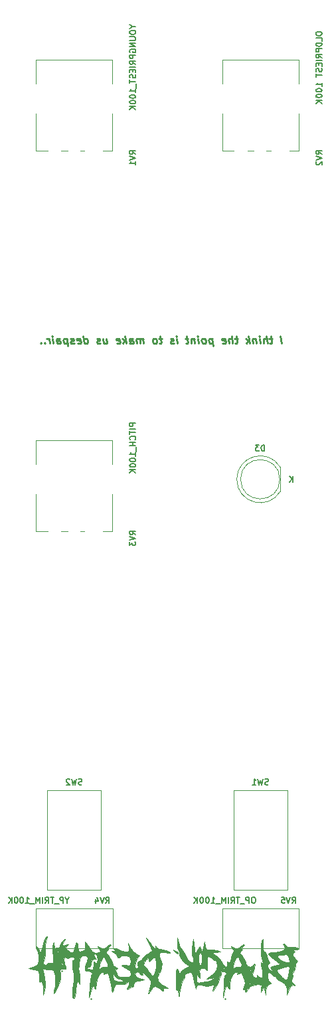
<source format=gbr>
%TF.GenerationSoftware,KiCad,Pcbnew,(5.1.12-1-10_14)*%
%TF.CreationDate,2023-08-06T16:49:54+02:00*%
%TF.ProjectId,xorcist_board,786f7263-6973-4745-9f62-6f6172642e6b,rev?*%
%TF.SameCoordinates,Original*%
%TF.FileFunction,Legend,Bot*%
%TF.FilePolarity,Positive*%
%FSLAX46Y46*%
G04 Gerber Fmt 4.6, Leading zero omitted, Abs format (unit mm)*
G04 Created by KiCad (PCBNEW (5.1.12-1-10_14)) date 2023-08-06 16:49:54*
%MOMM*%
%LPD*%
G01*
G04 APERTURE LIST*
%ADD10C,0.250000*%
%ADD11C,0.010000*%
%ADD12C,0.120000*%
%ADD13C,0.150000*%
G04 APERTURE END LIST*
D10*
X328941443Y-69702380D02*
X328816443Y-68702380D01*
X327762872Y-69035714D02*
X327381919Y-69035714D01*
X327578348Y-68702380D02*
X327685491Y-69559523D01*
X327649776Y-69654761D01*
X327560491Y-69702380D01*
X327465252Y-69702380D01*
X327131919Y-69702380D02*
X327006919Y-68702380D01*
X326703348Y-69702380D02*
X326637872Y-69178571D01*
X326673586Y-69083333D01*
X326762872Y-69035714D01*
X326905729Y-69035714D01*
X327006919Y-69083333D01*
X327060491Y-69130952D01*
X326227157Y-69702380D02*
X326143824Y-69035714D01*
X326102157Y-68702380D02*
X326155729Y-68750000D01*
X326114062Y-68797619D01*
X326060491Y-68750000D01*
X326102157Y-68702380D01*
X326114062Y-68797619D01*
X325667633Y-69035714D02*
X325750967Y-69702380D01*
X325679538Y-69130952D02*
X325625967Y-69083333D01*
X325524776Y-69035714D01*
X325381919Y-69035714D01*
X325292633Y-69083333D01*
X325256919Y-69178571D01*
X325322395Y-69702380D01*
X324846205Y-69702380D02*
X324721205Y-68702380D01*
X324703348Y-69321428D02*
X324465252Y-69702380D01*
X324381919Y-69035714D02*
X324810491Y-69416666D01*
X323334300Y-69035714D02*
X322953348Y-69035714D01*
X323149776Y-68702380D02*
X323256919Y-69559523D01*
X323221205Y-69654761D01*
X323131919Y-69702380D01*
X323036681Y-69702380D01*
X322703348Y-69702380D02*
X322578348Y-68702380D01*
X322274776Y-69702380D02*
X322209300Y-69178571D01*
X322245014Y-69083333D01*
X322334300Y-69035714D01*
X322477157Y-69035714D01*
X322578348Y-69083333D01*
X322631919Y-69130952D01*
X321411681Y-69654761D02*
X321512872Y-69702380D01*
X321703348Y-69702380D01*
X321792633Y-69654761D01*
X321828348Y-69559523D01*
X321780729Y-69178571D01*
X321721205Y-69083333D01*
X321620014Y-69035714D01*
X321429538Y-69035714D01*
X321340252Y-69083333D01*
X321304538Y-69178571D01*
X321316443Y-69273809D01*
X321804538Y-69369047D01*
X320096205Y-69035714D02*
X320221205Y-70035714D01*
X320102157Y-69083333D02*
X320000967Y-69035714D01*
X319810491Y-69035714D01*
X319721205Y-69083333D01*
X319679538Y-69130952D01*
X319643824Y-69226190D01*
X319679538Y-69511904D01*
X319739062Y-69607142D01*
X319792633Y-69654761D01*
X319893824Y-69702380D01*
X320084300Y-69702380D01*
X320173586Y-69654761D01*
X319131919Y-69702380D02*
X319221205Y-69654761D01*
X319262872Y-69607142D01*
X319298586Y-69511904D01*
X319262872Y-69226190D01*
X319203348Y-69130952D01*
X319149776Y-69083333D01*
X319048586Y-69035714D01*
X318905729Y-69035714D01*
X318816443Y-69083333D01*
X318774776Y-69130952D01*
X318739062Y-69226190D01*
X318774776Y-69511904D01*
X318834300Y-69607142D01*
X318887872Y-69654761D01*
X318989062Y-69702380D01*
X319131919Y-69702380D01*
X318370014Y-69702380D02*
X318286681Y-69035714D01*
X318245014Y-68702380D02*
X318298586Y-68750000D01*
X318256919Y-68797619D01*
X318203348Y-68750000D01*
X318245014Y-68702380D01*
X318256919Y-68797619D01*
X317810491Y-69035714D02*
X317893824Y-69702380D01*
X317822395Y-69130952D02*
X317768824Y-69083333D01*
X317667633Y-69035714D01*
X317524776Y-69035714D01*
X317435491Y-69083333D01*
X317399776Y-69178571D01*
X317465252Y-69702380D01*
X317048586Y-69035714D02*
X316667633Y-69035714D01*
X316864062Y-68702380D02*
X316971205Y-69559523D01*
X316935491Y-69654761D01*
X316846205Y-69702380D01*
X316750967Y-69702380D01*
X315655729Y-69702380D02*
X315572395Y-69035714D01*
X315530729Y-68702380D02*
X315584300Y-68750000D01*
X315542633Y-68797619D01*
X315489062Y-68750000D01*
X315530729Y-68702380D01*
X315542633Y-68797619D01*
X315221205Y-69654761D02*
X315131919Y-69702380D01*
X314941443Y-69702380D01*
X314840252Y-69654761D01*
X314780729Y-69559523D01*
X314774776Y-69511904D01*
X314810491Y-69416666D01*
X314899776Y-69369047D01*
X315042633Y-69369047D01*
X315131919Y-69321428D01*
X315167633Y-69226190D01*
X315161681Y-69178571D01*
X315102157Y-69083333D01*
X315000967Y-69035714D01*
X314858110Y-69035714D01*
X314768824Y-69083333D01*
X313667633Y-69035714D02*
X313286681Y-69035714D01*
X313483110Y-68702380D02*
X313590252Y-69559523D01*
X313554538Y-69654761D01*
X313465252Y-69702380D01*
X313370014Y-69702380D01*
X312893824Y-69702380D02*
X312983110Y-69654761D01*
X313024776Y-69607142D01*
X313060491Y-69511904D01*
X313024776Y-69226190D01*
X312965252Y-69130952D01*
X312911681Y-69083333D01*
X312810491Y-69035714D01*
X312667633Y-69035714D01*
X312578348Y-69083333D01*
X312536681Y-69130952D01*
X312500967Y-69226190D01*
X312536681Y-69511904D01*
X312596205Y-69607142D01*
X312649776Y-69654761D01*
X312750967Y-69702380D01*
X312893824Y-69702380D01*
X311370014Y-69702380D02*
X311286681Y-69035714D01*
X311298586Y-69130952D02*
X311245014Y-69083333D01*
X311143824Y-69035714D01*
X311000967Y-69035714D01*
X310911681Y-69083333D01*
X310875967Y-69178571D01*
X310941443Y-69702380D01*
X310875967Y-69178571D02*
X310816443Y-69083333D01*
X310715252Y-69035714D01*
X310572395Y-69035714D01*
X310483110Y-69083333D01*
X310447395Y-69178571D01*
X310512872Y-69702380D01*
X309608110Y-69702380D02*
X309542633Y-69178571D01*
X309578348Y-69083333D01*
X309667633Y-69035714D01*
X309858110Y-69035714D01*
X309959300Y-69083333D01*
X309602157Y-69654761D02*
X309703348Y-69702380D01*
X309941443Y-69702380D01*
X310030729Y-69654761D01*
X310066443Y-69559523D01*
X310054538Y-69464285D01*
X309995014Y-69369047D01*
X309893824Y-69321428D01*
X309655729Y-69321428D01*
X309554538Y-69273809D01*
X309131919Y-69702380D02*
X309006919Y-68702380D01*
X308989062Y-69321428D02*
X308750967Y-69702380D01*
X308667633Y-69035714D02*
X309096205Y-69416666D01*
X307935491Y-69654761D02*
X308036681Y-69702380D01*
X308227157Y-69702380D01*
X308316443Y-69654761D01*
X308352157Y-69559523D01*
X308304538Y-69178571D01*
X308245014Y-69083333D01*
X308143824Y-69035714D01*
X307953348Y-69035714D01*
X307864062Y-69083333D01*
X307828348Y-69178571D01*
X307840252Y-69273809D01*
X308328348Y-69369047D01*
X306191443Y-69035714D02*
X306274776Y-69702380D01*
X306620014Y-69035714D02*
X306685491Y-69559523D01*
X306649776Y-69654761D01*
X306560491Y-69702380D01*
X306417633Y-69702380D01*
X306316443Y-69654761D01*
X306262872Y-69607142D01*
X305840252Y-69654761D02*
X305750967Y-69702380D01*
X305560491Y-69702380D01*
X305459300Y-69654761D01*
X305399776Y-69559523D01*
X305393824Y-69511904D01*
X305429538Y-69416666D01*
X305518824Y-69369047D01*
X305661681Y-69369047D01*
X305750967Y-69321428D01*
X305786681Y-69226190D01*
X305780729Y-69178571D01*
X305721205Y-69083333D01*
X305620014Y-69035714D01*
X305477157Y-69035714D01*
X305387872Y-69083333D01*
X303798586Y-69702380D02*
X303673586Y-68702380D01*
X303792633Y-69654761D02*
X303893824Y-69702380D01*
X304084300Y-69702380D01*
X304173586Y-69654761D01*
X304215252Y-69607142D01*
X304250967Y-69511904D01*
X304215252Y-69226190D01*
X304155729Y-69130952D01*
X304102157Y-69083333D01*
X304000967Y-69035714D01*
X303810491Y-69035714D01*
X303721205Y-69083333D01*
X302935491Y-69654761D02*
X303036681Y-69702380D01*
X303227157Y-69702380D01*
X303316443Y-69654761D01*
X303352157Y-69559523D01*
X303304538Y-69178571D01*
X303245014Y-69083333D01*
X303143824Y-69035714D01*
X302953348Y-69035714D01*
X302864062Y-69083333D01*
X302828348Y-69178571D01*
X302840252Y-69273809D01*
X303328348Y-69369047D01*
X302506919Y-69654761D02*
X302417633Y-69702380D01*
X302227157Y-69702380D01*
X302125967Y-69654761D01*
X302066443Y-69559523D01*
X302060491Y-69511904D01*
X302096205Y-69416666D01*
X302185491Y-69369047D01*
X302328348Y-69369047D01*
X302417633Y-69321428D01*
X302453348Y-69226190D01*
X302447395Y-69178571D01*
X302387872Y-69083333D01*
X302286681Y-69035714D01*
X302143824Y-69035714D01*
X302054538Y-69083333D01*
X301572395Y-69035714D02*
X301697395Y-70035714D01*
X301578348Y-69083333D02*
X301477157Y-69035714D01*
X301286681Y-69035714D01*
X301197395Y-69083333D01*
X301155729Y-69130952D01*
X301120014Y-69226190D01*
X301155729Y-69511904D01*
X301215252Y-69607142D01*
X301268824Y-69654761D01*
X301370014Y-69702380D01*
X301560491Y-69702380D01*
X301649776Y-69654761D01*
X300322395Y-69702380D02*
X300256919Y-69178571D01*
X300292633Y-69083333D01*
X300381919Y-69035714D01*
X300572395Y-69035714D01*
X300673586Y-69083333D01*
X300316443Y-69654761D02*
X300417633Y-69702380D01*
X300655729Y-69702380D01*
X300745014Y-69654761D01*
X300780729Y-69559523D01*
X300768824Y-69464285D01*
X300709300Y-69369047D01*
X300608110Y-69321428D01*
X300370014Y-69321428D01*
X300268824Y-69273809D01*
X299846205Y-69702380D02*
X299762872Y-69035714D01*
X299721205Y-68702380D02*
X299774776Y-68750000D01*
X299733110Y-68797619D01*
X299679538Y-68750000D01*
X299721205Y-68702380D01*
X299733110Y-68797619D01*
X299370014Y-69702380D02*
X299286681Y-69035714D01*
X299310491Y-69226190D02*
X299250967Y-69130952D01*
X299197395Y-69083333D01*
X299096205Y-69035714D01*
X299000967Y-69035714D01*
X298739062Y-69607142D02*
X298697395Y-69654761D01*
X298750967Y-69702380D01*
X298792633Y-69654761D01*
X298739062Y-69607142D01*
X298750967Y-69702380D01*
X298262872Y-69607142D02*
X298221205Y-69654761D01*
X298274776Y-69702380D01*
X298316443Y-69654761D01*
X298262872Y-69607142D01*
X298274776Y-69702380D01*
D11*
%TO.C,G\u002A\u002A\u002A*%
G36*
X315106254Y-147032990D02*
G01*
X315220700Y-147178262D01*
X315485928Y-147410117D01*
X315709216Y-147478854D01*
X315776223Y-147391214D01*
X315639053Y-147255993D01*
X315376573Y-147095700D01*
X315106644Y-146965450D01*
X315106254Y-147032990D01*
G37*
X315106254Y-147032990D02*
X315220700Y-147178262D01*
X315485928Y-147410117D01*
X315709216Y-147478854D01*
X315776223Y-147391214D01*
X315639053Y-147255993D01*
X315376573Y-147095700D01*
X315106644Y-146965450D01*
X315106254Y-147032990D01*
G36*
X300855944Y-149694056D02*
G01*
X300944755Y-149782867D01*
X301033566Y-149694056D01*
X300944755Y-149605244D01*
X300855944Y-149694056D01*
G37*
X300855944Y-149694056D02*
X300944755Y-149782867D01*
X301033566Y-149694056D01*
X300944755Y-149605244D01*
X300855944Y-149694056D01*
G36*
X315614620Y-146175531D02*
G01*
X315645124Y-146664109D01*
X315740800Y-146986997D01*
X315783449Y-147034185D01*
X315895257Y-147275944D01*
X315872701Y-147449622D01*
X315930296Y-147745557D01*
X316170618Y-148151944D01*
X316502545Y-148552952D01*
X316834954Y-148832748D01*
X317009567Y-148894755D01*
X317206820Y-148962612D01*
X317144859Y-149114838D01*
X316880940Y-149274416D01*
X316682398Y-149334844D01*
X316226159Y-149563346D01*
X316041893Y-149837418D01*
X315940766Y-150106944D01*
X315875389Y-150047119D01*
X315828966Y-149871678D01*
X315703915Y-149488302D01*
X315603852Y-149458807D01*
X315528722Y-149783339D01*
X315478467Y-150462046D01*
X315465774Y-150816590D01*
X315459504Y-151581002D01*
X315492411Y-152023119D01*
X315563200Y-152129094D01*
X315586227Y-152102126D01*
X315701923Y-152029479D01*
X315778462Y-152267085D01*
X315809568Y-152546182D01*
X315845153Y-152865952D01*
X315883575Y-152909623D01*
X315935625Y-152651444D01*
X316012094Y-152065661D01*
X316012575Y-152061713D01*
X316137714Y-151334976D01*
X316296289Y-150893297D01*
X316407528Y-150780674D01*
X316572855Y-150563233D01*
X316555110Y-150415398D01*
X316617711Y-150134702D01*
X316914100Y-149935765D01*
X317275125Y-149811737D01*
X317466375Y-149815210D01*
X317543307Y-150022329D01*
X317660391Y-150481669D01*
X317793021Y-151096156D01*
X317800139Y-151131825D01*
X317918209Y-151654692D01*
X318010747Y-151931406D01*
X318060974Y-151915137D01*
X318064583Y-151869930D01*
X318122608Y-151541713D01*
X318312904Y-151419996D01*
X318715949Y-151476239D01*
X318973426Y-151547652D01*
X319490064Y-151591258D01*
X319841767Y-151524977D01*
X320236103Y-151431559D01*
X320354004Y-151555299D01*
X320215231Y-151917231D01*
X320213453Y-151920558D01*
X320102844Y-152189463D01*
X320200325Y-152190940D01*
X320435157Y-151934502D01*
X320691180Y-151509203D01*
X320891862Y-151062605D01*
X320960672Y-150742272D01*
X320958649Y-150728778D01*
X321046296Y-150452053D01*
X321100184Y-150407456D01*
X321252501Y-150154656D01*
X321282517Y-149943757D01*
X321325975Y-149705346D01*
X321522143Y-149725721D01*
X321661759Y-149795709D01*
X321902879Y-149988518D01*
X321827703Y-150130498D01*
X321709221Y-150372292D01*
X321610674Y-150895114D01*
X321545785Y-151624801D01*
X321543659Y-151665602D01*
X321472912Y-153068881D01*
X321694194Y-152199129D01*
X321829218Y-151700445D01*
X321924188Y-151503787D01*
X322020944Y-151565505D01*
X322119843Y-151755073D01*
X322249746Y-151996731D01*
X322311551Y-151972035D01*
X322334803Y-151642568D01*
X322338848Y-151470279D01*
X322438899Y-150727821D01*
X322681069Y-150159164D01*
X323028041Y-149842671D01*
X323128644Y-149811771D01*
X323353523Y-149830717D01*
X323324775Y-149961135D01*
X323294916Y-150086441D01*
X323516811Y-150000455D01*
X323535093Y-149990735D01*
X323753075Y-149918904D01*
X323905554Y-150037759D01*
X324053714Y-150413510D01*
X324116423Y-150619830D01*
X324250922Y-151183287D01*
X324240546Y-151552386D01*
X324138390Y-151780438D01*
X324034587Y-152006769D01*
X324111362Y-152011251D01*
X324271368Y-152049255D01*
X324308392Y-152214692D01*
X324343448Y-152386566D01*
X324463197Y-152260277D01*
X324555577Y-152101034D01*
X324944149Y-151653059D01*
X325525227Y-151432589D01*
X325959218Y-151393952D01*
X326296134Y-151415595D01*
X326403089Y-151574677D01*
X326357992Y-151958741D01*
X326297485Y-152327403D01*
X326322075Y-152371062D01*
X326450100Y-152113630D01*
X326460160Y-152091958D01*
X326666128Y-151647902D01*
X326924402Y-152713636D01*
X326945418Y-152130640D01*
X327044470Y-151655686D01*
X327336542Y-151405462D01*
X327366084Y-151393535D01*
X327623899Y-151263428D01*
X327623680Y-151263053D01*
X324953380Y-151263053D01*
X324928997Y-151368650D01*
X324834965Y-151381468D01*
X324688761Y-151316479D01*
X324716550Y-151263053D01*
X324927346Y-151241795D01*
X324953380Y-151263053D01*
X327623680Y-151263053D01*
X327563927Y-151160975D01*
X327483371Y-151124749D01*
X327263672Y-150858376D01*
X327177941Y-150396469D01*
X327205042Y-149932214D01*
X327337970Y-149805645D01*
X327582639Y-150013543D01*
X327670066Y-150128598D01*
X327912577Y-150360911D01*
X328064522Y-150384549D01*
X328202288Y-150424853D01*
X328209790Y-150478312D01*
X328353033Y-150672392D01*
X328705829Y-150914188D01*
X328787063Y-150957635D01*
X329293859Y-151264238D01*
X329547180Y-151587647D01*
X329632538Y-152050895D01*
X329637202Y-152180769D01*
X329649074Y-152713636D01*
X329920902Y-152058709D01*
X330160805Y-151616184D01*
X330403270Y-151481366D01*
X330489023Y-151495937D01*
X330656544Y-151523491D01*
X330544269Y-151393422D01*
X330444605Y-151310140D01*
X330216498Y-151047400D01*
X330243313Y-150738872D01*
X330307580Y-150585150D01*
X330422064Y-150252529D01*
X330337825Y-150136712D01*
X330293045Y-150132463D01*
X330229082Y-150047973D01*
X330385664Y-149890853D01*
X330621132Y-149530275D01*
X330653290Y-149345497D01*
X329952552Y-149345497D01*
X329917511Y-149770317D01*
X329820976Y-150248384D01*
X329690121Y-150649914D01*
X329552117Y-150845124D01*
X329533604Y-150848601D01*
X329283363Y-150722634D01*
X328941985Y-150409435D01*
X328847258Y-150302106D01*
X328555280Y-149919199D01*
X328396847Y-149641550D01*
X328387412Y-149598746D01*
X328538971Y-149461563D01*
X328902873Y-149300093D01*
X329342962Y-149158930D01*
X329723079Y-149082668D01*
X329898928Y-149103706D01*
X329952552Y-149345497D01*
X330653290Y-149345497D01*
X330696503Y-149097201D01*
X330754503Y-148710870D01*
X330895818Y-148540048D01*
X330905088Y-148539510D01*
X330927400Y-148478476D01*
X329983588Y-148478476D01*
X329849674Y-148600141D01*
X329505609Y-148558214D01*
X329045352Y-148372721D01*
X328787063Y-148223454D01*
X328453422Y-147939533D01*
X328433240Y-147744575D01*
X328726519Y-147675312D01*
X328787063Y-147677423D01*
X329243586Y-147641708D01*
X329474209Y-147576576D01*
X329728338Y-147623621D01*
X329911557Y-147953513D01*
X329983588Y-148478476D01*
X330927400Y-148478476D01*
X330944376Y-148432043D01*
X330764780Y-148169225D01*
X330727465Y-148128412D01*
X330422235Y-147716637D01*
X330357324Y-147418534D01*
X330544521Y-147294063D01*
X330563286Y-147293434D01*
X330655751Y-147232027D01*
X330518881Y-147118531D01*
X330406649Y-146997386D01*
X330598570Y-146945253D01*
X330785314Y-146938227D01*
X331126731Y-146917197D01*
X331150950Y-146845220D01*
X330989733Y-146739204D01*
X330573887Y-146630042D01*
X330162093Y-146648140D01*
X329731989Y-146652798D01*
X329563599Y-146489199D01*
X329362494Y-146258396D01*
X329259350Y-146230419D01*
X329150287Y-146301242D01*
X329269067Y-146489072D01*
X329402489Y-146781166D01*
X329381801Y-146912649D01*
X329130364Y-147067542D01*
X328643323Y-147209050D01*
X328039971Y-147308074D01*
X327647402Y-147335728D01*
X327324623Y-147376316D01*
X327294348Y-147523758D01*
X327379290Y-147677644D01*
X327594259Y-147940911D01*
X327710498Y-148006643D01*
X327913035Y-148116312D01*
X328243635Y-148384870D01*
X328293281Y-148430212D01*
X328750320Y-148853782D01*
X328124810Y-148971128D01*
X327659333Y-149098284D01*
X327518632Y-149271594D01*
X327672239Y-149537900D01*
X327721328Y-149591462D01*
X327832742Y-149736113D01*
X327688394Y-149692991D01*
X327543706Y-149620737D01*
X327280344Y-149377606D01*
X327149524Y-149062256D01*
X327179338Y-148801427D01*
X327343427Y-148717133D01*
X327447419Y-148632809D01*
X327363937Y-148495105D01*
X327202773Y-148172269D01*
X327063198Y-147703052D01*
X327061301Y-147694254D01*
X326936722Y-147333758D01*
X326793546Y-147208587D01*
X326774357Y-147216275D01*
X326647853Y-147195455D01*
X326583563Y-146910545D01*
X326575329Y-146323903D01*
X326584056Y-146052797D01*
X326592386Y-145659627D01*
X326554520Y-145591692D01*
X326443076Y-145819481D01*
X326419240Y-145875175D01*
X326321584Y-146350107D01*
X326304096Y-147016750D01*
X326360281Y-147722301D01*
X326483642Y-148313961D01*
X326528076Y-148435431D01*
X326590103Y-148668954D01*
X326447634Y-148637009D01*
X326444722Y-148635216D01*
X326299762Y-148607143D01*
X326330049Y-148845899D01*
X326350910Y-148914149D01*
X326471594Y-149675824D01*
X326452743Y-150476480D01*
X326380021Y-150605887D01*
X326160133Y-150475989D01*
X326070677Y-150397628D01*
X325825709Y-150197653D01*
X325781132Y-150245578D01*
X325818274Y-150357138D01*
X325833503Y-150560390D01*
X325595168Y-150557411D01*
X325554504Y-150547189D01*
X325272862Y-150357763D01*
X325260779Y-150160498D01*
X325348783Y-149791768D01*
X325387487Y-149605244D01*
X325012587Y-149605244D01*
X324947598Y-149751448D01*
X324894172Y-149723659D01*
X324872914Y-149512863D01*
X324894172Y-149486830D01*
X324999768Y-149511212D01*
X325012587Y-149605244D01*
X325387487Y-149605244D01*
X325453429Y-149287462D01*
X325460666Y-149250000D01*
X325525558Y-148859867D01*
X325492291Y-148772864D01*
X325339350Y-148945243D01*
X325321990Y-148968021D01*
X324991694Y-149204590D01*
X324666368Y-149121434D01*
X324488393Y-148852410D01*
X323830920Y-148852410D01*
X323801325Y-149151354D01*
X323576747Y-149210037D01*
X323513128Y-149189731D01*
X323181940Y-149200561D01*
X323042633Y-149263713D01*
X322804628Y-149402914D01*
X322752342Y-149424902D01*
X322753078Y-149338811D01*
X321637762Y-149338811D01*
X321548951Y-149427622D01*
X321460139Y-149338811D01*
X321548951Y-149250000D01*
X321637762Y-149338811D01*
X322753078Y-149338811D01*
X322753632Y-149274077D01*
X322809916Y-148902204D01*
X322819368Y-148850349D01*
X322960096Y-148372975D01*
X323148448Y-148034739D01*
X323148825Y-148034334D01*
X323325046Y-147928778D01*
X323496593Y-148077819D01*
X323656221Y-148366748D01*
X323830920Y-148852410D01*
X324488393Y-148852410D01*
X324418991Y-148747504D01*
X324372891Y-148591522D01*
X324161009Y-148085053D01*
X323883791Y-147686449D01*
X323648085Y-147382999D01*
X323658387Y-147204505D01*
X323773885Y-147111896D01*
X323919697Y-146973972D01*
X323874918Y-146943629D01*
X323859834Y-146830483D01*
X324047008Y-146561464D01*
X324052540Y-146555132D01*
X324206719Y-146334104D01*
X324126365Y-146314583D01*
X323857853Y-146480612D01*
X323547202Y-146729022D01*
X323285803Y-146895595D01*
X323050098Y-146816790D01*
X322881118Y-146674475D01*
X322607759Y-146503918D01*
X322525466Y-146584128D01*
X322679184Y-146842070D01*
X322739021Y-146905384D01*
X322860710Y-147147091D01*
X322739021Y-147331678D01*
X322578295Y-147660365D01*
X322525874Y-148031685D01*
X322465314Y-148428723D01*
X322324303Y-148638679D01*
X322163839Y-148593249D01*
X322111011Y-148496211D01*
X322045093Y-148483889D01*
X322007841Y-148758103D01*
X322007029Y-148783287D01*
X321970303Y-149121405D01*
X321851483Y-149161260D01*
X321725358Y-149071369D01*
X321662618Y-148997652D01*
X320705270Y-148997652D01*
X320703869Y-149037924D01*
X320620135Y-149544229D01*
X320359574Y-149939068D01*
X320047196Y-150215672D01*
X319417482Y-150717385D01*
X319950349Y-150592801D01*
X320292106Y-150534016D01*
X320340958Y-150601171D01*
X320270220Y-150684903D01*
X319963353Y-150859521D01*
X319480932Y-151011353D01*
X319382108Y-151032290D01*
X318720890Y-151149874D01*
X318333689Y-151169287D01*
X318147485Y-151068274D01*
X318089258Y-150824577D01*
X318085314Y-150637030D01*
X318098347Y-150267213D01*
X318170244Y-150210224D01*
X318343636Y-150415002D01*
X318507111Y-150608386D01*
X318555426Y-150547248D01*
X318512622Y-150186884D01*
X318502283Y-150119991D01*
X318472596Y-149658927D01*
X318593325Y-149424504D01*
X318710531Y-149362031D01*
X319093791Y-149366031D01*
X319289201Y-149468572D01*
X319441882Y-149558346D01*
X319506617Y-149451759D01*
X319499086Y-149087585D01*
X319470384Y-148761147D01*
X319458718Y-148138833D01*
X319505257Y-148012215D01*
X318799885Y-148012215D01*
X318790908Y-148461288D01*
X318727929Y-148840357D01*
X318615707Y-149026316D01*
X318573776Y-149026261D01*
X318422350Y-148815225D01*
X318347634Y-148400517D01*
X318346223Y-148345375D01*
X318377732Y-147700561D01*
X318488350Y-147396743D01*
X318636794Y-147396468D01*
X318750100Y-147616240D01*
X318799885Y-148012215D01*
X319505257Y-148012215D01*
X319569771Y-147836694D01*
X319797736Y-147861524D01*
X320039160Y-148095454D01*
X320336582Y-148320918D01*
X320495554Y-148361888D01*
X320662930Y-148518915D01*
X320705270Y-148997652D01*
X321662618Y-148997652D01*
X321447949Y-148745426D01*
X321235278Y-148385154D01*
X320914720Y-147972871D01*
X320481598Y-147657578D01*
X319950349Y-147394089D01*
X320572028Y-147287520D01*
X321193706Y-147180952D01*
X320701963Y-147040851D01*
X320175930Y-146962765D01*
X319786085Y-146981828D01*
X319472562Y-146980000D01*
X319299781Y-146756855D01*
X319228608Y-146513446D01*
X319095264Y-145963986D01*
X318977403Y-146674475D01*
X318896790Y-147109414D01*
X318828147Y-147230081D01*
X318730472Y-147073479D01*
X318676129Y-146946369D01*
X318492716Y-146507774D01*
X318221607Y-147025203D01*
X317950498Y-147542633D01*
X317654714Y-145608741D01*
X317549915Y-146674475D01*
X317516198Y-147246691D01*
X317534510Y-147656350D01*
X317587593Y-147799417D01*
X317697650Y-148001179D01*
X317730070Y-148284070D01*
X317697313Y-148573937D01*
X317529380Y-148605876D01*
X317281755Y-148505251D01*
X316904511Y-148190686D01*
X316725577Y-147842975D01*
X316516900Y-147342938D01*
X316300255Y-147029720D01*
X316030882Y-146609118D01*
X315814017Y-146077956D01*
X315806719Y-146052797D01*
X315630640Y-145431119D01*
X315614620Y-146175531D01*
G37*
X315614620Y-146175531D02*
X315645124Y-146664109D01*
X315740800Y-146986997D01*
X315783449Y-147034185D01*
X315895257Y-147275944D01*
X315872701Y-147449622D01*
X315930296Y-147745557D01*
X316170618Y-148151944D01*
X316502545Y-148552952D01*
X316834954Y-148832748D01*
X317009567Y-148894755D01*
X317206820Y-148962612D01*
X317144859Y-149114838D01*
X316880940Y-149274416D01*
X316682398Y-149334844D01*
X316226159Y-149563346D01*
X316041893Y-149837418D01*
X315940766Y-150106944D01*
X315875389Y-150047119D01*
X315828966Y-149871678D01*
X315703915Y-149488302D01*
X315603852Y-149458807D01*
X315528722Y-149783339D01*
X315478467Y-150462046D01*
X315465774Y-150816590D01*
X315459504Y-151581002D01*
X315492411Y-152023119D01*
X315563200Y-152129094D01*
X315586227Y-152102126D01*
X315701923Y-152029479D01*
X315778462Y-152267085D01*
X315809568Y-152546182D01*
X315845153Y-152865952D01*
X315883575Y-152909623D01*
X315935625Y-152651444D01*
X316012094Y-152065661D01*
X316012575Y-152061713D01*
X316137714Y-151334976D01*
X316296289Y-150893297D01*
X316407528Y-150780674D01*
X316572855Y-150563233D01*
X316555110Y-150415398D01*
X316617711Y-150134702D01*
X316914100Y-149935765D01*
X317275125Y-149811737D01*
X317466375Y-149815210D01*
X317543307Y-150022329D01*
X317660391Y-150481669D01*
X317793021Y-151096156D01*
X317800139Y-151131825D01*
X317918209Y-151654692D01*
X318010747Y-151931406D01*
X318060974Y-151915137D01*
X318064583Y-151869930D01*
X318122608Y-151541713D01*
X318312904Y-151419996D01*
X318715949Y-151476239D01*
X318973426Y-151547652D01*
X319490064Y-151591258D01*
X319841767Y-151524977D01*
X320236103Y-151431559D01*
X320354004Y-151555299D01*
X320215231Y-151917231D01*
X320213453Y-151920558D01*
X320102844Y-152189463D01*
X320200325Y-152190940D01*
X320435157Y-151934502D01*
X320691180Y-151509203D01*
X320891862Y-151062605D01*
X320960672Y-150742272D01*
X320958649Y-150728778D01*
X321046296Y-150452053D01*
X321100184Y-150407456D01*
X321252501Y-150154656D01*
X321282517Y-149943757D01*
X321325975Y-149705346D01*
X321522143Y-149725721D01*
X321661759Y-149795709D01*
X321902879Y-149988518D01*
X321827703Y-150130498D01*
X321709221Y-150372292D01*
X321610674Y-150895114D01*
X321545785Y-151624801D01*
X321543659Y-151665602D01*
X321472912Y-153068881D01*
X321694194Y-152199129D01*
X321829218Y-151700445D01*
X321924188Y-151503787D01*
X322020944Y-151565505D01*
X322119843Y-151755073D01*
X322249746Y-151996731D01*
X322311551Y-151972035D01*
X322334803Y-151642568D01*
X322338848Y-151470279D01*
X322438899Y-150727821D01*
X322681069Y-150159164D01*
X323028041Y-149842671D01*
X323128644Y-149811771D01*
X323353523Y-149830717D01*
X323324775Y-149961135D01*
X323294916Y-150086441D01*
X323516811Y-150000455D01*
X323535093Y-149990735D01*
X323753075Y-149918904D01*
X323905554Y-150037759D01*
X324053714Y-150413510D01*
X324116423Y-150619830D01*
X324250922Y-151183287D01*
X324240546Y-151552386D01*
X324138390Y-151780438D01*
X324034587Y-152006769D01*
X324111362Y-152011251D01*
X324271368Y-152049255D01*
X324308392Y-152214692D01*
X324343448Y-152386566D01*
X324463197Y-152260277D01*
X324555577Y-152101034D01*
X324944149Y-151653059D01*
X325525227Y-151432589D01*
X325959218Y-151393952D01*
X326296134Y-151415595D01*
X326403089Y-151574677D01*
X326357992Y-151958741D01*
X326297485Y-152327403D01*
X326322075Y-152371062D01*
X326450100Y-152113630D01*
X326460160Y-152091958D01*
X326666128Y-151647902D01*
X326924402Y-152713636D01*
X326945418Y-152130640D01*
X327044470Y-151655686D01*
X327336542Y-151405462D01*
X327366084Y-151393535D01*
X327623899Y-151263428D01*
X327623680Y-151263053D01*
X324953380Y-151263053D01*
X324928997Y-151368650D01*
X324834965Y-151381468D01*
X324688761Y-151316479D01*
X324716550Y-151263053D01*
X324927346Y-151241795D01*
X324953380Y-151263053D01*
X327623680Y-151263053D01*
X327563927Y-151160975D01*
X327483371Y-151124749D01*
X327263672Y-150858376D01*
X327177941Y-150396469D01*
X327205042Y-149932214D01*
X327337970Y-149805645D01*
X327582639Y-150013543D01*
X327670066Y-150128598D01*
X327912577Y-150360911D01*
X328064522Y-150384549D01*
X328202288Y-150424853D01*
X328209790Y-150478312D01*
X328353033Y-150672392D01*
X328705829Y-150914188D01*
X328787063Y-150957635D01*
X329293859Y-151264238D01*
X329547180Y-151587647D01*
X329632538Y-152050895D01*
X329637202Y-152180769D01*
X329649074Y-152713636D01*
X329920902Y-152058709D01*
X330160805Y-151616184D01*
X330403270Y-151481366D01*
X330489023Y-151495937D01*
X330656544Y-151523491D01*
X330544269Y-151393422D01*
X330444605Y-151310140D01*
X330216498Y-151047400D01*
X330243313Y-150738872D01*
X330307580Y-150585150D01*
X330422064Y-150252529D01*
X330337825Y-150136712D01*
X330293045Y-150132463D01*
X330229082Y-150047973D01*
X330385664Y-149890853D01*
X330621132Y-149530275D01*
X330653290Y-149345497D01*
X329952552Y-149345497D01*
X329917511Y-149770317D01*
X329820976Y-150248384D01*
X329690121Y-150649914D01*
X329552117Y-150845124D01*
X329533604Y-150848601D01*
X329283363Y-150722634D01*
X328941985Y-150409435D01*
X328847258Y-150302106D01*
X328555280Y-149919199D01*
X328396847Y-149641550D01*
X328387412Y-149598746D01*
X328538971Y-149461563D01*
X328902873Y-149300093D01*
X329342962Y-149158930D01*
X329723079Y-149082668D01*
X329898928Y-149103706D01*
X329952552Y-149345497D01*
X330653290Y-149345497D01*
X330696503Y-149097201D01*
X330754503Y-148710870D01*
X330895818Y-148540048D01*
X330905088Y-148539510D01*
X330927400Y-148478476D01*
X329983588Y-148478476D01*
X329849674Y-148600141D01*
X329505609Y-148558214D01*
X329045352Y-148372721D01*
X328787063Y-148223454D01*
X328453422Y-147939533D01*
X328433240Y-147744575D01*
X328726519Y-147675312D01*
X328787063Y-147677423D01*
X329243586Y-147641708D01*
X329474209Y-147576576D01*
X329728338Y-147623621D01*
X329911557Y-147953513D01*
X329983588Y-148478476D01*
X330927400Y-148478476D01*
X330944376Y-148432043D01*
X330764780Y-148169225D01*
X330727465Y-148128412D01*
X330422235Y-147716637D01*
X330357324Y-147418534D01*
X330544521Y-147294063D01*
X330563286Y-147293434D01*
X330655751Y-147232027D01*
X330518881Y-147118531D01*
X330406649Y-146997386D01*
X330598570Y-146945253D01*
X330785314Y-146938227D01*
X331126731Y-146917197D01*
X331150950Y-146845220D01*
X330989733Y-146739204D01*
X330573887Y-146630042D01*
X330162093Y-146648140D01*
X329731989Y-146652798D01*
X329563599Y-146489199D01*
X329362494Y-146258396D01*
X329259350Y-146230419D01*
X329150287Y-146301242D01*
X329269067Y-146489072D01*
X329402489Y-146781166D01*
X329381801Y-146912649D01*
X329130364Y-147067542D01*
X328643323Y-147209050D01*
X328039971Y-147308074D01*
X327647402Y-147335728D01*
X327324623Y-147376316D01*
X327294348Y-147523758D01*
X327379290Y-147677644D01*
X327594259Y-147940911D01*
X327710498Y-148006643D01*
X327913035Y-148116312D01*
X328243635Y-148384870D01*
X328293281Y-148430212D01*
X328750320Y-148853782D01*
X328124810Y-148971128D01*
X327659333Y-149098284D01*
X327518632Y-149271594D01*
X327672239Y-149537900D01*
X327721328Y-149591462D01*
X327832742Y-149736113D01*
X327688394Y-149692991D01*
X327543706Y-149620737D01*
X327280344Y-149377606D01*
X327149524Y-149062256D01*
X327179338Y-148801427D01*
X327343427Y-148717133D01*
X327447419Y-148632809D01*
X327363937Y-148495105D01*
X327202773Y-148172269D01*
X327063198Y-147703052D01*
X327061301Y-147694254D01*
X326936722Y-147333758D01*
X326793546Y-147208587D01*
X326774357Y-147216275D01*
X326647853Y-147195455D01*
X326583563Y-146910545D01*
X326575329Y-146323903D01*
X326584056Y-146052797D01*
X326592386Y-145659627D01*
X326554520Y-145591692D01*
X326443076Y-145819481D01*
X326419240Y-145875175D01*
X326321584Y-146350107D01*
X326304096Y-147016750D01*
X326360281Y-147722301D01*
X326483642Y-148313961D01*
X326528076Y-148435431D01*
X326590103Y-148668954D01*
X326447634Y-148637009D01*
X326444722Y-148635216D01*
X326299762Y-148607143D01*
X326330049Y-148845899D01*
X326350910Y-148914149D01*
X326471594Y-149675824D01*
X326452743Y-150476480D01*
X326380021Y-150605887D01*
X326160133Y-150475989D01*
X326070677Y-150397628D01*
X325825709Y-150197653D01*
X325781132Y-150245578D01*
X325818274Y-150357138D01*
X325833503Y-150560390D01*
X325595168Y-150557411D01*
X325554504Y-150547189D01*
X325272862Y-150357763D01*
X325260779Y-150160498D01*
X325348783Y-149791768D01*
X325387487Y-149605244D01*
X325012587Y-149605244D01*
X324947598Y-149751448D01*
X324894172Y-149723659D01*
X324872914Y-149512863D01*
X324894172Y-149486830D01*
X324999768Y-149511212D01*
X325012587Y-149605244D01*
X325387487Y-149605244D01*
X325453429Y-149287462D01*
X325460666Y-149250000D01*
X325525558Y-148859867D01*
X325492291Y-148772864D01*
X325339350Y-148945243D01*
X325321990Y-148968021D01*
X324991694Y-149204590D01*
X324666368Y-149121434D01*
X324488393Y-148852410D01*
X323830920Y-148852410D01*
X323801325Y-149151354D01*
X323576747Y-149210037D01*
X323513128Y-149189731D01*
X323181940Y-149200561D01*
X323042633Y-149263713D01*
X322804628Y-149402914D01*
X322752342Y-149424902D01*
X322753078Y-149338811D01*
X321637762Y-149338811D01*
X321548951Y-149427622D01*
X321460139Y-149338811D01*
X321548951Y-149250000D01*
X321637762Y-149338811D01*
X322753078Y-149338811D01*
X322753632Y-149274077D01*
X322809916Y-148902204D01*
X322819368Y-148850349D01*
X322960096Y-148372975D01*
X323148448Y-148034739D01*
X323148825Y-148034334D01*
X323325046Y-147928778D01*
X323496593Y-148077819D01*
X323656221Y-148366748D01*
X323830920Y-148852410D01*
X324488393Y-148852410D01*
X324418991Y-148747504D01*
X324372891Y-148591522D01*
X324161009Y-148085053D01*
X323883791Y-147686449D01*
X323648085Y-147382999D01*
X323658387Y-147204505D01*
X323773885Y-147111896D01*
X323919697Y-146973972D01*
X323874918Y-146943629D01*
X323859834Y-146830483D01*
X324047008Y-146561464D01*
X324052540Y-146555132D01*
X324206719Y-146334104D01*
X324126365Y-146314583D01*
X323857853Y-146480612D01*
X323547202Y-146729022D01*
X323285803Y-146895595D01*
X323050098Y-146816790D01*
X322881118Y-146674475D01*
X322607759Y-146503918D01*
X322525466Y-146584128D01*
X322679184Y-146842070D01*
X322739021Y-146905384D01*
X322860710Y-147147091D01*
X322739021Y-147331678D01*
X322578295Y-147660365D01*
X322525874Y-148031685D01*
X322465314Y-148428723D01*
X322324303Y-148638679D01*
X322163839Y-148593249D01*
X322111011Y-148496211D01*
X322045093Y-148483889D01*
X322007841Y-148758103D01*
X322007029Y-148783287D01*
X321970303Y-149121405D01*
X321851483Y-149161260D01*
X321725358Y-149071369D01*
X321662618Y-148997652D01*
X320705270Y-148997652D01*
X320703869Y-149037924D01*
X320620135Y-149544229D01*
X320359574Y-149939068D01*
X320047196Y-150215672D01*
X319417482Y-150717385D01*
X319950349Y-150592801D01*
X320292106Y-150534016D01*
X320340958Y-150601171D01*
X320270220Y-150684903D01*
X319963353Y-150859521D01*
X319480932Y-151011353D01*
X319382108Y-151032290D01*
X318720890Y-151149874D01*
X318333689Y-151169287D01*
X318147485Y-151068274D01*
X318089258Y-150824577D01*
X318085314Y-150637030D01*
X318098347Y-150267213D01*
X318170244Y-150210224D01*
X318343636Y-150415002D01*
X318507111Y-150608386D01*
X318555426Y-150547248D01*
X318512622Y-150186884D01*
X318502283Y-150119991D01*
X318472596Y-149658927D01*
X318593325Y-149424504D01*
X318710531Y-149362031D01*
X319093791Y-149366031D01*
X319289201Y-149468572D01*
X319441882Y-149558346D01*
X319506617Y-149451759D01*
X319499086Y-149087585D01*
X319470384Y-148761147D01*
X319458718Y-148138833D01*
X319505257Y-148012215D01*
X318799885Y-148012215D01*
X318790908Y-148461288D01*
X318727929Y-148840357D01*
X318615707Y-149026316D01*
X318573776Y-149026261D01*
X318422350Y-148815225D01*
X318347634Y-148400517D01*
X318346223Y-148345375D01*
X318377732Y-147700561D01*
X318488350Y-147396743D01*
X318636794Y-147396468D01*
X318750100Y-147616240D01*
X318799885Y-148012215D01*
X319505257Y-148012215D01*
X319569771Y-147836694D01*
X319797736Y-147861524D01*
X320039160Y-148095454D01*
X320336582Y-148320918D01*
X320495554Y-148361888D01*
X320662930Y-148518915D01*
X320705270Y-148997652D01*
X321662618Y-148997652D01*
X321447949Y-148745426D01*
X321235278Y-148385154D01*
X320914720Y-147972871D01*
X320481598Y-147657578D01*
X319950349Y-147394089D01*
X320572028Y-147287520D01*
X321193706Y-147180952D01*
X320701963Y-147040851D01*
X320175930Y-146962765D01*
X319786085Y-146981828D01*
X319472562Y-146980000D01*
X319299781Y-146756855D01*
X319228608Y-146513446D01*
X319095264Y-145963986D01*
X318977403Y-146674475D01*
X318896790Y-147109414D01*
X318828147Y-147230081D01*
X318730472Y-147073479D01*
X318676129Y-146946369D01*
X318492716Y-146507774D01*
X318221607Y-147025203D01*
X317950498Y-147542633D01*
X317654714Y-145608741D01*
X317549915Y-146674475D01*
X317516198Y-147246691D01*
X317534510Y-147656350D01*
X317587593Y-147799417D01*
X317697650Y-148001179D01*
X317730070Y-148284070D01*
X317697313Y-148573937D01*
X317529380Y-148605876D01*
X317281755Y-148505251D01*
X316904511Y-148190686D01*
X316725577Y-147842975D01*
X316516900Y-147342938D01*
X316300255Y-147029720D01*
X316030882Y-146609118D01*
X315814017Y-146077956D01*
X315806719Y-146052797D01*
X315630640Y-145431119D01*
X315614620Y-146175531D01*
G36*
X298914038Y-145369639D02*
G01*
X298763879Y-145703089D01*
X298583387Y-146238468D01*
X298477295Y-146612995D01*
X298332189Y-147142187D01*
X298235574Y-147368156D01*
X298149869Y-147332340D01*
X298043466Y-147091380D01*
X297847300Y-146706951D01*
X297676011Y-146507526D01*
X297621397Y-146576296D01*
X297702129Y-146883392D01*
X297763547Y-147040604D01*
X297932969Y-147656517D01*
X297982434Y-148287065D01*
X297979261Y-148334947D01*
X297893702Y-148792522D01*
X297663303Y-149040862D01*
X297317212Y-149180069D01*
X296709250Y-149376572D01*
X297361618Y-149498957D01*
X297756694Y-149592061D01*
X297948129Y-149748151D01*
X298010299Y-150075999D01*
X298016706Y-150456999D01*
X298043878Y-150935902D01*
X298116852Y-151100948D01*
X298169685Y-151055614D01*
X298310979Y-150999389D01*
X298437229Y-151243467D01*
X298529255Y-151732930D01*
X298562609Y-152180769D01*
X298583216Y-152713636D01*
X298718927Y-152142701D01*
X298799050Y-151692462D01*
X298804895Y-151231024D01*
X298731283Y-150634137D01*
X298633274Y-150087880D01*
X298505131Y-149415971D01*
X299232014Y-149466202D01*
X299681294Y-149516125D01*
X299911082Y-149651832D01*
X300023415Y-149975181D01*
X300078289Y-150310974D01*
X300109988Y-150996014D01*
X300037601Y-151687465D01*
X300007186Y-151819204D01*
X299885515Y-152354909D01*
X299886791Y-152565898D01*
X300002935Y-152446692D01*
X300225874Y-151991806D01*
X300234019Y-151973166D01*
X300465373Y-151458727D01*
X300665548Y-151040171D01*
X300699791Y-150973761D01*
X300784428Y-150585390D01*
X300760034Y-150075803D01*
X300753902Y-150041243D01*
X300700150Y-149631386D01*
X300791292Y-149461802D01*
X301087970Y-149427655D01*
X301108859Y-149427622D01*
X301431510Y-149393534D01*
X301467457Y-149238385D01*
X301395060Y-149084054D01*
X301384207Y-149050202D01*
X301165036Y-149050202D01*
X301034919Y-148965071D01*
X301011525Y-148942121D01*
X300871224Y-148709237D01*
X300890248Y-148623621D01*
X301022376Y-148676925D01*
X301110957Y-148842689D01*
X301165036Y-149050202D01*
X301384207Y-149050202D01*
X301251749Y-148637085D01*
X301211188Y-148263005D01*
X301245705Y-147945031D01*
X301376403Y-147929049D01*
X301446324Y-147980668D01*
X301723555Y-148079840D01*
X301878440Y-147978832D01*
X302135939Y-147871598D01*
X302413906Y-147916962D01*
X302566602Y-148069464D01*
X302542341Y-148185908D01*
X302348736Y-148301906D01*
X302295195Y-148284370D01*
X302248293Y-148398743D01*
X302257831Y-148779217D01*
X302316494Y-149302801D01*
X302409344Y-149988037D01*
X302451662Y-150476349D01*
X302443280Y-150916401D01*
X302384030Y-151456854D01*
X302313480Y-151965463D01*
X302248779Y-152647772D01*
X302295171Y-153044518D01*
X302376843Y-153166912D01*
X302498907Y-153165216D01*
X302596577Y-152903711D01*
X302681979Y-152342120D01*
X302712798Y-152051217D01*
X302784238Y-151404529D01*
X302849395Y-151065136D01*
X302925762Y-150985884D01*
X303030829Y-151119621D01*
X303047229Y-151149669D01*
X303170021Y-151340596D01*
X303229485Y-151283060D01*
X303244618Y-150932898D01*
X303242438Y-150695831D01*
X303214494Y-150161523D01*
X303157770Y-149775596D01*
X303125663Y-149685239D01*
X303081830Y-149419560D01*
X303091394Y-148942340D01*
X303114456Y-148687646D01*
X303212525Y-148143500D01*
X303379232Y-147860208D01*
X303583017Y-147761148D01*
X304005366Y-147752831D01*
X304188526Y-148000862D01*
X304124296Y-148491695D01*
X304088787Y-148596643D01*
X303926725Y-149151746D01*
X303883890Y-149549104D01*
X303962775Y-149718988D01*
X304049476Y-149696324D01*
X304324333Y-149688446D01*
X304606339Y-149793745D01*
X304849955Y-149987705D01*
X304775955Y-150130498D01*
X304657473Y-150372292D01*
X304558926Y-150895114D01*
X304494037Y-151624801D01*
X304491911Y-151665602D01*
X304421164Y-153068881D01*
X304642446Y-152199129D01*
X304777470Y-151700445D01*
X304872440Y-151503787D01*
X304969196Y-151565505D01*
X305068094Y-151755073D01*
X305197997Y-151996731D01*
X305259803Y-151972035D01*
X305283054Y-151642568D01*
X305287100Y-151470279D01*
X305387150Y-150727821D01*
X305629320Y-150159164D01*
X305976293Y-149842671D01*
X306076895Y-149811771D01*
X306301775Y-149830717D01*
X306273027Y-149961135D01*
X306242737Y-150085940D01*
X306462237Y-150001871D01*
X306491955Y-149986127D01*
X306701808Y-149910122D01*
X306840237Y-150007300D01*
X306957345Y-150344365D01*
X307045680Y-150723301D01*
X307174735Y-151345029D01*
X307275073Y-151890996D01*
X307305507Y-152091958D01*
X307351685Y-152347039D01*
X307413808Y-152311825D01*
X307526243Y-151960404D01*
X307538998Y-151915901D01*
X307683358Y-151513684D01*
X307889567Y-151352607D01*
X308290274Y-151345706D01*
X308395597Y-151354325D01*
X308935105Y-151334850D01*
X309218760Y-151180280D01*
X309390377Y-151008748D01*
X309475882Y-151113455D01*
X309450872Y-151420797D01*
X309377533Y-151659172D01*
X309259837Y-151995782D01*
X309302772Y-152044238D01*
X309520194Y-151861041D01*
X309810869Y-151674661D01*
X309973505Y-151677118D01*
X310066031Y-151628512D01*
X310092307Y-151419121D01*
X310175770Y-151144459D01*
X310483639Y-150978966D01*
X310572299Y-150958290D01*
X308814111Y-150958290D01*
X308557946Y-151016588D01*
X308246276Y-151026223D01*
X307743703Y-150941127D01*
X307535786Y-150745263D01*
X307444046Y-150385845D01*
X307439935Y-150099963D01*
X307519243Y-150005446D01*
X307561188Y-150034499D01*
X307691997Y-150324175D01*
X307694405Y-150363650D01*
X307847660Y-150535975D01*
X308221647Y-150695473D01*
X308271678Y-150709172D01*
X308718881Y-150853419D01*
X308814111Y-150958290D01*
X310572299Y-150958290D01*
X310758391Y-150914893D01*
X311424475Y-150787464D01*
X310847202Y-150635332D01*
X310406358Y-150435820D01*
X310269930Y-150133033D01*
X310382192Y-149847733D01*
X310536363Y-149782867D01*
X310772883Y-149868683D01*
X310802797Y-149941486D01*
X310943749Y-150136925D01*
X311060185Y-150198873D01*
X311237853Y-150194145D01*
X311207544Y-149995849D01*
X311216768Y-149876311D01*
X311433617Y-150041380D01*
X311530821Y-150138112D01*
X311993208Y-150628902D01*
X312238434Y-150977637D01*
X312302651Y-151291323D01*
X312222013Y-151676964D01*
X312137484Y-151933691D01*
X311990847Y-152384234D01*
X311966679Y-152545004D01*
X312064884Y-152459663D01*
X312136525Y-152368848D01*
X312341190Y-152056678D01*
X312401398Y-151899390D01*
X312536273Y-151699413D01*
X312854026Y-151665772D01*
X313224345Y-151797137D01*
X313372976Y-151909314D01*
X313738678Y-152204581D01*
X313918575Y-152240011D01*
X313891583Y-152016106D01*
X313906278Y-151838861D01*
X314193112Y-151840636D01*
X314207997Y-151843494D01*
X314482052Y-151891256D01*
X314440764Y-151848299D01*
X314182552Y-151732844D01*
X313612933Y-151375150D01*
X313243198Y-150925676D01*
X313113496Y-150461314D01*
X313263976Y-150058957D01*
X313292610Y-150028438D01*
X313511791Y-149659362D01*
X313654734Y-149156111D01*
X313682573Y-148691625D01*
X313662157Y-148617521D01*
X312935150Y-148617521D01*
X312919214Y-149169246D01*
X312849492Y-149709983D01*
X312735203Y-150128674D01*
X312585563Y-150314260D01*
X312570399Y-150315734D01*
X312385563Y-150183483D01*
X312104627Y-149854410D01*
X312020259Y-149738461D01*
X311728762Y-149355763D01*
X311509310Y-149123829D01*
X311475297Y-149101981D01*
X311338023Y-148891464D01*
X311449906Y-148555645D01*
X311690909Y-148273077D01*
X311948147Y-148058773D01*
X312036508Y-148090678D01*
X312046153Y-148285069D01*
X312068942Y-148490721D01*
X312178879Y-148419604D01*
X312324740Y-148220816D01*
X312580114Y-147963442D01*
X312768796Y-147925343D01*
X312888084Y-148165867D01*
X312935150Y-148617521D01*
X313662157Y-148617521D01*
X313633273Y-148512685D01*
X313490808Y-148142224D01*
X313396218Y-147754880D01*
X313360828Y-147440175D01*
X313469136Y-147312302D01*
X313809636Y-147309479D01*
X314008526Y-147327409D01*
X314449470Y-147359025D01*
X314693400Y-147356243D01*
X314710489Y-147347637D01*
X314562446Y-147239925D01*
X314210781Y-147087349D01*
X313794193Y-146939997D01*
X313451381Y-146847959D01*
X313324206Y-146847005D01*
X313160179Y-146800066D01*
X312983062Y-146627309D01*
X312832078Y-146471958D01*
X312842765Y-146541258D01*
X312841205Y-146738027D01*
X312767126Y-146763286D01*
X312580988Y-146665179D01*
X312572633Y-146630070D01*
X312463361Y-146420692D01*
X312199996Y-146066847D01*
X312114754Y-145963986D01*
X311663263Y-145431119D01*
X312032331Y-146178938D01*
X312252137Y-146655354D01*
X312384236Y-147001565D01*
X312401398Y-147083485D01*
X312259532Y-147259260D01*
X311906363Y-147503516D01*
X311779720Y-147575009D01*
X311384451Y-147835026D01*
X311170507Y-148067530D01*
X311158042Y-148115130D01*
X311009210Y-148318628D01*
X310789508Y-148416829D01*
X310534420Y-148544918D01*
X310572525Y-148793112D01*
X310608632Y-148863846D01*
X310701148Y-149163494D01*
X310533110Y-149315481D01*
X310342725Y-149325685D01*
X310277688Y-149124331D01*
X310329296Y-148658133D01*
X310380944Y-148384091D01*
X310550894Y-147960880D01*
X310780594Y-147814531D01*
X310831780Y-147747557D01*
X310602496Y-147598802D01*
X310492319Y-147547736D01*
X309953320Y-147154683D01*
X309650900Y-146718519D01*
X309386392Y-146141608D01*
X309477276Y-146674475D01*
X309507298Y-147046878D01*
X309362411Y-147185268D01*
X309075339Y-147201048D01*
X308549277Y-147116205D01*
X308194544Y-146979020D01*
X307847359Y-146825437D01*
X307573557Y-146763004D01*
X307460436Y-146797370D01*
X307595293Y-146934184D01*
X307605594Y-146940909D01*
X307756941Y-147076280D01*
X307583957Y-147123753D01*
X307516783Y-147127070D01*
X307287157Y-147150604D01*
X307372208Y-147222683D01*
X307561188Y-147301689D01*
X307870301Y-147526077D01*
X307960839Y-147734486D01*
X308062752Y-147975663D01*
X308257759Y-147960826D01*
X308350826Y-147813605D01*
X308566810Y-147703365D01*
X309063224Y-147742161D01*
X309074480Y-147744255D01*
X309505018Y-147853036D01*
X309679613Y-148031819D01*
X309695173Y-148391776D01*
X309691020Y-148451536D01*
X309636199Y-148839755D01*
X309474379Y-148975271D01*
X309090047Y-148944709D01*
X309043363Y-148937221D01*
X308644965Y-148918946D01*
X308555066Y-149021176D01*
X308762558Y-149209331D01*
X309200384Y-149426043D01*
X309623309Y-149708948D01*
X309737063Y-150048323D01*
X309694885Y-150296646D01*
X309506293Y-150418076D01*
X309078192Y-150460678D01*
X308931061Y-150464481D01*
X308410278Y-150446714D01*
X308119453Y-150331209D01*
X307936183Y-150065405D01*
X307919831Y-150030232D01*
X307804263Y-149664521D01*
X307905366Y-149464037D01*
X307941547Y-149439545D01*
X308032977Y-149307096D01*
X307806320Y-149204576D01*
X307484677Y-148958949D01*
X307436613Y-148852410D01*
X306779171Y-148852410D01*
X306749577Y-149151354D01*
X306524998Y-149210037D01*
X306461380Y-149189731D01*
X306130192Y-149200561D01*
X305990885Y-149263713D01*
X305752880Y-149402914D01*
X305700594Y-149424902D01*
X305701884Y-149274077D01*
X305758168Y-148902204D01*
X305767620Y-148850349D01*
X305908348Y-148372975D01*
X306000257Y-148207927D01*
X305467059Y-148207927D01*
X305381925Y-148543519D01*
X305311674Y-148618945D01*
X305113117Y-148581598D01*
X305059263Y-148496211D01*
X305000650Y-148505771D01*
X304961471Y-148797044D01*
X304955281Y-148958164D01*
X304917598Y-149399560D01*
X304805619Y-149557540D01*
X304660297Y-149535437D01*
X304314970Y-149439377D01*
X304205759Y-149427622D01*
X304114048Y-149317563D01*
X304143748Y-149247102D01*
X304350984Y-149141043D01*
X304411690Y-149163227D01*
X304542064Y-149076118D01*
X304664001Y-148737704D01*
X304683315Y-148645534D01*
X304802206Y-148234941D01*
X304976876Y-148115348D01*
X305091940Y-148140987D01*
X305285368Y-148188925D01*
X305220455Y-148050832D01*
X305137975Y-147946796D01*
X304987617Y-147650747D01*
X305057650Y-147494866D01*
X305284686Y-147555284D01*
X305433003Y-147813788D01*
X305467059Y-148207927D01*
X306000257Y-148207927D01*
X306096700Y-148034739D01*
X306097076Y-148034334D01*
X306273298Y-147928778D01*
X306444845Y-148077819D01*
X306604472Y-148366748D01*
X306779171Y-148852410D01*
X307436613Y-148852410D01*
X307323938Y-148602660D01*
X307109297Y-148086677D01*
X306832043Y-147686449D01*
X306596337Y-147382999D01*
X306606638Y-147204505D01*
X306722137Y-147111896D01*
X306867949Y-146973972D01*
X306823170Y-146943629D01*
X306808086Y-146830483D01*
X306995260Y-146561464D01*
X307000792Y-146555132D01*
X307154971Y-146334104D01*
X307074617Y-146314583D01*
X306806105Y-146480612D01*
X306495454Y-146729022D01*
X306234054Y-146895595D01*
X305998350Y-146816790D01*
X305829370Y-146674475D01*
X305556011Y-146503918D01*
X305473718Y-146584128D01*
X305627436Y-146842070D01*
X305687272Y-146905384D01*
X305797592Y-147164364D01*
X305633300Y-147346199D01*
X305274940Y-147381653D01*
X305160223Y-147358431D01*
X304851039Y-147235532D01*
X304762754Y-147142220D01*
X304660094Y-146944480D01*
X304406626Y-146595086D01*
X304328170Y-146496853D01*
X303894469Y-145963986D01*
X303929402Y-146492440D01*
X303893817Y-146875447D01*
X303757109Y-147025307D01*
X303452826Y-147132214D01*
X303416666Y-147162937D01*
X303168397Y-147292075D01*
X303024345Y-147085697D01*
X302987412Y-146674475D01*
X302938997Y-146209043D01*
X302821389Y-146073067D01*
X302676044Y-146258430D01*
X302544418Y-146757016D01*
X302543683Y-146761355D01*
X302455860Y-147178084D01*
X302323576Y-147341385D01*
X302065324Y-147268053D01*
X301968879Y-147207342D01*
X300500699Y-147207342D01*
X300411888Y-147296154D01*
X300323077Y-147207342D01*
X300411888Y-147118531D01*
X300500699Y-147207342D01*
X301968879Y-147207342D01*
X301599597Y-146974886D01*
X301577855Y-146960394D01*
X301413854Y-146788989D01*
X301510163Y-146566282D01*
X301577855Y-146481310D01*
X301732904Y-146272845D01*
X301638741Y-146279915D01*
X301433216Y-146385211D01*
X301118680Y-146487738D01*
X301035349Y-146331195D01*
X301180563Y-145908410D01*
X301223110Y-145819092D01*
X301320376Y-145595814D01*
X301249067Y-145638913D01*
X301049437Y-145875175D01*
X300792964Y-146257340D01*
X300682328Y-146557841D01*
X300682271Y-146560262D01*
X300553575Y-146721010D01*
X300422746Y-146703220D01*
X300203513Y-146755244D01*
X300094115Y-147083867D01*
X300046677Y-147223358D01*
X300004223Y-147030163D01*
X299979178Y-146674475D01*
X299945584Y-146189252D01*
X299898616Y-146028104D01*
X299825955Y-146159862D01*
X299803682Y-146230419D01*
X299749067Y-146652119D01*
X299750796Y-147264244D01*
X299785478Y-147710112D01*
X299842637Y-148286383D01*
X299833337Y-148587348D01*
X299733716Y-148690382D01*
X299519914Y-148672861D01*
X299490305Y-148667261D01*
X299176439Y-148661894D01*
X299079720Y-148741764D01*
X298935497Y-148877601D01*
X298813286Y-148894755D01*
X298589674Y-148762711D01*
X298559983Y-148482257D01*
X298664353Y-148303595D01*
X298732538Y-148074660D01*
X298786462Y-147605375D01*
X298808812Y-147163851D01*
X298847666Y-146490463D01*
X298917836Y-145878304D01*
X298968956Y-145608741D01*
X299034943Y-145283886D01*
X298984253Y-145269800D01*
X298914038Y-145369639D01*
G37*
X298914038Y-145369639D02*
X298763879Y-145703089D01*
X298583387Y-146238468D01*
X298477295Y-146612995D01*
X298332189Y-147142187D01*
X298235574Y-147368156D01*
X298149869Y-147332340D01*
X298043466Y-147091380D01*
X297847300Y-146706951D01*
X297676011Y-146507526D01*
X297621397Y-146576296D01*
X297702129Y-146883392D01*
X297763547Y-147040604D01*
X297932969Y-147656517D01*
X297982434Y-148287065D01*
X297979261Y-148334947D01*
X297893702Y-148792522D01*
X297663303Y-149040862D01*
X297317212Y-149180069D01*
X296709250Y-149376572D01*
X297361618Y-149498957D01*
X297756694Y-149592061D01*
X297948129Y-149748151D01*
X298010299Y-150075999D01*
X298016706Y-150456999D01*
X298043878Y-150935902D01*
X298116852Y-151100948D01*
X298169685Y-151055614D01*
X298310979Y-150999389D01*
X298437229Y-151243467D01*
X298529255Y-151732930D01*
X298562609Y-152180769D01*
X298583216Y-152713636D01*
X298718927Y-152142701D01*
X298799050Y-151692462D01*
X298804895Y-151231024D01*
X298731283Y-150634137D01*
X298633274Y-150087880D01*
X298505131Y-149415971D01*
X299232014Y-149466202D01*
X299681294Y-149516125D01*
X299911082Y-149651832D01*
X300023415Y-149975181D01*
X300078289Y-150310974D01*
X300109988Y-150996014D01*
X300037601Y-151687465D01*
X300007186Y-151819204D01*
X299885515Y-152354909D01*
X299886791Y-152565898D01*
X300002935Y-152446692D01*
X300225874Y-151991806D01*
X300234019Y-151973166D01*
X300465373Y-151458727D01*
X300665548Y-151040171D01*
X300699791Y-150973761D01*
X300784428Y-150585390D01*
X300760034Y-150075803D01*
X300753902Y-150041243D01*
X300700150Y-149631386D01*
X300791292Y-149461802D01*
X301087970Y-149427655D01*
X301108859Y-149427622D01*
X301431510Y-149393534D01*
X301467457Y-149238385D01*
X301395060Y-149084054D01*
X301384207Y-149050202D01*
X301165036Y-149050202D01*
X301034919Y-148965071D01*
X301011525Y-148942121D01*
X300871224Y-148709237D01*
X300890248Y-148623621D01*
X301022376Y-148676925D01*
X301110957Y-148842689D01*
X301165036Y-149050202D01*
X301384207Y-149050202D01*
X301251749Y-148637085D01*
X301211188Y-148263005D01*
X301245705Y-147945031D01*
X301376403Y-147929049D01*
X301446324Y-147980668D01*
X301723555Y-148079840D01*
X301878440Y-147978832D01*
X302135939Y-147871598D01*
X302413906Y-147916962D01*
X302566602Y-148069464D01*
X302542341Y-148185908D01*
X302348736Y-148301906D01*
X302295195Y-148284370D01*
X302248293Y-148398743D01*
X302257831Y-148779217D01*
X302316494Y-149302801D01*
X302409344Y-149988037D01*
X302451662Y-150476349D01*
X302443280Y-150916401D01*
X302384030Y-151456854D01*
X302313480Y-151965463D01*
X302248779Y-152647772D01*
X302295171Y-153044518D01*
X302376843Y-153166912D01*
X302498907Y-153165216D01*
X302596577Y-152903711D01*
X302681979Y-152342120D01*
X302712798Y-152051217D01*
X302784238Y-151404529D01*
X302849395Y-151065136D01*
X302925762Y-150985884D01*
X303030829Y-151119621D01*
X303047229Y-151149669D01*
X303170021Y-151340596D01*
X303229485Y-151283060D01*
X303244618Y-150932898D01*
X303242438Y-150695831D01*
X303214494Y-150161523D01*
X303157770Y-149775596D01*
X303125663Y-149685239D01*
X303081830Y-149419560D01*
X303091394Y-148942340D01*
X303114456Y-148687646D01*
X303212525Y-148143500D01*
X303379232Y-147860208D01*
X303583017Y-147761148D01*
X304005366Y-147752831D01*
X304188526Y-148000862D01*
X304124296Y-148491695D01*
X304088787Y-148596643D01*
X303926725Y-149151746D01*
X303883890Y-149549104D01*
X303962775Y-149718988D01*
X304049476Y-149696324D01*
X304324333Y-149688446D01*
X304606339Y-149793745D01*
X304849955Y-149987705D01*
X304775955Y-150130498D01*
X304657473Y-150372292D01*
X304558926Y-150895114D01*
X304494037Y-151624801D01*
X304491911Y-151665602D01*
X304421164Y-153068881D01*
X304642446Y-152199129D01*
X304777470Y-151700445D01*
X304872440Y-151503787D01*
X304969196Y-151565505D01*
X305068094Y-151755073D01*
X305197997Y-151996731D01*
X305259803Y-151972035D01*
X305283054Y-151642568D01*
X305287100Y-151470279D01*
X305387150Y-150727821D01*
X305629320Y-150159164D01*
X305976293Y-149842671D01*
X306076895Y-149811771D01*
X306301775Y-149830717D01*
X306273027Y-149961135D01*
X306242737Y-150085940D01*
X306462237Y-150001871D01*
X306491955Y-149986127D01*
X306701808Y-149910122D01*
X306840237Y-150007300D01*
X306957345Y-150344365D01*
X307045680Y-150723301D01*
X307174735Y-151345029D01*
X307275073Y-151890996D01*
X307305507Y-152091958D01*
X307351685Y-152347039D01*
X307413808Y-152311825D01*
X307526243Y-151960404D01*
X307538998Y-151915901D01*
X307683358Y-151513684D01*
X307889567Y-151352607D01*
X308290274Y-151345706D01*
X308395597Y-151354325D01*
X308935105Y-151334850D01*
X309218760Y-151180280D01*
X309390377Y-151008748D01*
X309475882Y-151113455D01*
X309450872Y-151420797D01*
X309377533Y-151659172D01*
X309259837Y-151995782D01*
X309302772Y-152044238D01*
X309520194Y-151861041D01*
X309810869Y-151674661D01*
X309973505Y-151677118D01*
X310066031Y-151628512D01*
X310092307Y-151419121D01*
X310175770Y-151144459D01*
X310483639Y-150978966D01*
X310572299Y-150958290D01*
X308814111Y-150958290D01*
X308557946Y-151016588D01*
X308246276Y-151026223D01*
X307743703Y-150941127D01*
X307535786Y-150745263D01*
X307444046Y-150385845D01*
X307439935Y-150099963D01*
X307519243Y-150005446D01*
X307561188Y-150034499D01*
X307691997Y-150324175D01*
X307694405Y-150363650D01*
X307847660Y-150535975D01*
X308221647Y-150695473D01*
X308271678Y-150709172D01*
X308718881Y-150853419D01*
X308814111Y-150958290D01*
X310572299Y-150958290D01*
X310758391Y-150914893D01*
X311424475Y-150787464D01*
X310847202Y-150635332D01*
X310406358Y-150435820D01*
X310269930Y-150133033D01*
X310382192Y-149847733D01*
X310536363Y-149782867D01*
X310772883Y-149868683D01*
X310802797Y-149941486D01*
X310943749Y-150136925D01*
X311060185Y-150198873D01*
X311237853Y-150194145D01*
X311207544Y-149995849D01*
X311216768Y-149876311D01*
X311433617Y-150041380D01*
X311530821Y-150138112D01*
X311993208Y-150628902D01*
X312238434Y-150977637D01*
X312302651Y-151291323D01*
X312222013Y-151676964D01*
X312137484Y-151933691D01*
X311990847Y-152384234D01*
X311966679Y-152545004D01*
X312064884Y-152459663D01*
X312136525Y-152368848D01*
X312341190Y-152056678D01*
X312401398Y-151899390D01*
X312536273Y-151699413D01*
X312854026Y-151665772D01*
X313224345Y-151797137D01*
X313372976Y-151909314D01*
X313738678Y-152204581D01*
X313918575Y-152240011D01*
X313891583Y-152016106D01*
X313906278Y-151838861D01*
X314193112Y-151840636D01*
X314207997Y-151843494D01*
X314482052Y-151891256D01*
X314440764Y-151848299D01*
X314182552Y-151732844D01*
X313612933Y-151375150D01*
X313243198Y-150925676D01*
X313113496Y-150461314D01*
X313263976Y-150058957D01*
X313292610Y-150028438D01*
X313511791Y-149659362D01*
X313654734Y-149156111D01*
X313682573Y-148691625D01*
X313662157Y-148617521D01*
X312935150Y-148617521D01*
X312919214Y-149169246D01*
X312849492Y-149709983D01*
X312735203Y-150128674D01*
X312585563Y-150314260D01*
X312570399Y-150315734D01*
X312385563Y-150183483D01*
X312104627Y-149854410D01*
X312020259Y-149738461D01*
X311728762Y-149355763D01*
X311509310Y-149123829D01*
X311475297Y-149101981D01*
X311338023Y-148891464D01*
X311449906Y-148555645D01*
X311690909Y-148273077D01*
X311948147Y-148058773D01*
X312036508Y-148090678D01*
X312046153Y-148285069D01*
X312068942Y-148490721D01*
X312178879Y-148419604D01*
X312324740Y-148220816D01*
X312580114Y-147963442D01*
X312768796Y-147925343D01*
X312888084Y-148165867D01*
X312935150Y-148617521D01*
X313662157Y-148617521D01*
X313633273Y-148512685D01*
X313490808Y-148142224D01*
X313396218Y-147754880D01*
X313360828Y-147440175D01*
X313469136Y-147312302D01*
X313809636Y-147309479D01*
X314008526Y-147327409D01*
X314449470Y-147359025D01*
X314693400Y-147356243D01*
X314710489Y-147347637D01*
X314562446Y-147239925D01*
X314210781Y-147087349D01*
X313794193Y-146939997D01*
X313451381Y-146847959D01*
X313324206Y-146847005D01*
X313160179Y-146800066D01*
X312983062Y-146627309D01*
X312832078Y-146471958D01*
X312842765Y-146541258D01*
X312841205Y-146738027D01*
X312767126Y-146763286D01*
X312580988Y-146665179D01*
X312572633Y-146630070D01*
X312463361Y-146420692D01*
X312199996Y-146066847D01*
X312114754Y-145963986D01*
X311663263Y-145431119D01*
X312032331Y-146178938D01*
X312252137Y-146655354D01*
X312384236Y-147001565D01*
X312401398Y-147083485D01*
X312259532Y-147259260D01*
X311906363Y-147503516D01*
X311779720Y-147575009D01*
X311384451Y-147835026D01*
X311170507Y-148067530D01*
X311158042Y-148115130D01*
X311009210Y-148318628D01*
X310789508Y-148416829D01*
X310534420Y-148544918D01*
X310572525Y-148793112D01*
X310608632Y-148863846D01*
X310701148Y-149163494D01*
X310533110Y-149315481D01*
X310342725Y-149325685D01*
X310277688Y-149124331D01*
X310329296Y-148658133D01*
X310380944Y-148384091D01*
X310550894Y-147960880D01*
X310780594Y-147814531D01*
X310831780Y-147747557D01*
X310602496Y-147598802D01*
X310492319Y-147547736D01*
X309953320Y-147154683D01*
X309650900Y-146718519D01*
X309386392Y-146141608D01*
X309477276Y-146674475D01*
X309507298Y-147046878D01*
X309362411Y-147185268D01*
X309075339Y-147201048D01*
X308549277Y-147116205D01*
X308194544Y-146979020D01*
X307847359Y-146825437D01*
X307573557Y-146763004D01*
X307460436Y-146797370D01*
X307595293Y-146934184D01*
X307605594Y-146940909D01*
X307756941Y-147076280D01*
X307583957Y-147123753D01*
X307516783Y-147127070D01*
X307287157Y-147150604D01*
X307372208Y-147222683D01*
X307561188Y-147301689D01*
X307870301Y-147526077D01*
X307960839Y-147734486D01*
X308062752Y-147975663D01*
X308257759Y-147960826D01*
X308350826Y-147813605D01*
X308566810Y-147703365D01*
X309063224Y-147742161D01*
X309074480Y-147744255D01*
X309505018Y-147853036D01*
X309679613Y-148031819D01*
X309695173Y-148391776D01*
X309691020Y-148451536D01*
X309636199Y-148839755D01*
X309474379Y-148975271D01*
X309090047Y-148944709D01*
X309043363Y-148937221D01*
X308644965Y-148918946D01*
X308555066Y-149021176D01*
X308762558Y-149209331D01*
X309200384Y-149426043D01*
X309623309Y-149708948D01*
X309737063Y-150048323D01*
X309694885Y-150296646D01*
X309506293Y-150418076D01*
X309078192Y-150460678D01*
X308931061Y-150464481D01*
X308410278Y-150446714D01*
X308119453Y-150331209D01*
X307936183Y-150065405D01*
X307919831Y-150030232D01*
X307804263Y-149664521D01*
X307905366Y-149464037D01*
X307941547Y-149439545D01*
X308032977Y-149307096D01*
X307806320Y-149204576D01*
X307484677Y-148958949D01*
X307436613Y-148852410D01*
X306779171Y-148852410D01*
X306749577Y-149151354D01*
X306524998Y-149210037D01*
X306461380Y-149189731D01*
X306130192Y-149200561D01*
X305990885Y-149263713D01*
X305752880Y-149402914D01*
X305700594Y-149424902D01*
X305701884Y-149274077D01*
X305758168Y-148902204D01*
X305767620Y-148850349D01*
X305908348Y-148372975D01*
X306000257Y-148207927D01*
X305467059Y-148207927D01*
X305381925Y-148543519D01*
X305311674Y-148618945D01*
X305113117Y-148581598D01*
X305059263Y-148496211D01*
X305000650Y-148505771D01*
X304961471Y-148797044D01*
X304955281Y-148958164D01*
X304917598Y-149399560D01*
X304805619Y-149557540D01*
X304660297Y-149535437D01*
X304314970Y-149439377D01*
X304205759Y-149427622D01*
X304114048Y-149317563D01*
X304143748Y-149247102D01*
X304350984Y-149141043D01*
X304411690Y-149163227D01*
X304542064Y-149076118D01*
X304664001Y-148737704D01*
X304683315Y-148645534D01*
X304802206Y-148234941D01*
X304976876Y-148115348D01*
X305091940Y-148140987D01*
X305285368Y-148188925D01*
X305220455Y-148050832D01*
X305137975Y-147946796D01*
X304987617Y-147650747D01*
X305057650Y-147494866D01*
X305284686Y-147555284D01*
X305433003Y-147813788D01*
X305467059Y-148207927D01*
X306000257Y-148207927D01*
X306096700Y-148034739D01*
X306097076Y-148034334D01*
X306273298Y-147928778D01*
X306444845Y-148077819D01*
X306604472Y-148366748D01*
X306779171Y-148852410D01*
X307436613Y-148852410D01*
X307323938Y-148602660D01*
X307109297Y-148086677D01*
X306832043Y-147686449D01*
X306596337Y-147382999D01*
X306606638Y-147204505D01*
X306722137Y-147111896D01*
X306867949Y-146973972D01*
X306823170Y-146943629D01*
X306808086Y-146830483D01*
X306995260Y-146561464D01*
X307000792Y-146555132D01*
X307154971Y-146334104D01*
X307074617Y-146314583D01*
X306806105Y-146480612D01*
X306495454Y-146729022D01*
X306234054Y-146895595D01*
X305998350Y-146816790D01*
X305829370Y-146674475D01*
X305556011Y-146503918D01*
X305473718Y-146584128D01*
X305627436Y-146842070D01*
X305687272Y-146905384D01*
X305797592Y-147164364D01*
X305633300Y-147346199D01*
X305274940Y-147381653D01*
X305160223Y-147358431D01*
X304851039Y-147235532D01*
X304762754Y-147142220D01*
X304660094Y-146944480D01*
X304406626Y-146595086D01*
X304328170Y-146496853D01*
X303894469Y-145963986D01*
X303929402Y-146492440D01*
X303893817Y-146875447D01*
X303757109Y-147025307D01*
X303452826Y-147132214D01*
X303416666Y-147162937D01*
X303168397Y-147292075D01*
X303024345Y-147085697D01*
X302987412Y-146674475D01*
X302938997Y-146209043D01*
X302821389Y-146073067D01*
X302676044Y-146258430D01*
X302544418Y-146757016D01*
X302543683Y-146761355D01*
X302455860Y-147178084D01*
X302323576Y-147341385D01*
X302065324Y-147268053D01*
X301968879Y-147207342D01*
X300500699Y-147207342D01*
X300411888Y-147296154D01*
X300323077Y-147207342D01*
X300411888Y-147118531D01*
X300500699Y-147207342D01*
X301968879Y-147207342D01*
X301599597Y-146974886D01*
X301577855Y-146960394D01*
X301413854Y-146788989D01*
X301510163Y-146566282D01*
X301577855Y-146481310D01*
X301732904Y-146272845D01*
X301638741Y-146279915D01*
X301433216Y-146385211D01*
X301118680Y-146487738D01*
X301035349Y-146331195D01*
X301180563Y-145908410D01*
X301223110Y-145819092D01*
X301320376Y-145595814D01*
X301249067Y-145638913D01*
X301049437Y-145875175D01*
X300792964Y-146257340D01*
X300682328Y-146557841D01*
X300682271Y-146560262D01*
X300553575Y-146721010D01*
X300422746Y-146703220D01*
X300203513Y-146755244D01*
X300094115Y-147083867D01*
X300046677Y-147223358D01*
X300004223Y-147030163D01*
X299979178Y-146674475D01*
X299945584Y-146189252D01*
X299898616Y-146028104D01*
X299825955Y-146159862D01*
X299803682Y-146230419D01*
X299749067Y-146652119D01*
X299750796Y-147264244D01*
X299785478Y-147710112D01*
X299842637Y-148286383D01*
X299833337Y-148587348D01*
X299733716Y-148690382D01*
X299519914Y-148672861D01*
X299490305Y-148667261D01*
X299176439Y-148661894D01*
X299079720Y-148741764D01*
X298935497Y-148877601D01*
X298813286Y-148894755D01*
X298589674Y-148762711D01*
X298559983Y-148482257D01*
X298664353Y-148303595D01*
X298732538Y-148074660D01*
X298786462Y-147605375D01*
X298808812Y-147163851D01*
X298847666Y-146490463D01*
X298917836Y-145878304D01*
X298968956Y-145608741D01*
X299034943Y-145283886D01*
X298984253Y-145269800D01*
X298914038Y-145369639D01*
G36*
X304586014Y-153246503D02*
G01*
X304674825Y-153335314D01*
X304763636Y-153246503D01*
X304674825Y-153157692D01*
X304586014Y-153246503D01*
G37*
X304586014Y-153246503D02*
X304674825Y-153335314D01*
X304763636Y-153246503D01*
X304674825Y-153157692D01*
X304586014Y-153246503D01*
G36*
X321637762Y-153246503D02*
G01*
X321726573Y-153335314D01*
X321815384Y-153246503D01*
X321726573Y-153157692D01*
X321637762Y-153246503D01*
G37*
X321637762Y-153246503D02*
X321726573Y-153335314D01*
X321815384Y-153246503D01*
X321726573Y-153157692D01*
X321637762Y-153246503D01*
D12*
%TO.C,D3*%
X328790000Y-85455000D02*
X328790000Y-88545000D01*
X328730000Y-87000000D02*
G75*
G03*
X328730000Y-87000000I-2500000J0D01*
G01*
X323240000Y-87000462D02*
G75*
G02*
X328790000Y-85455170I2990000J462D01*
G01*
X323240000Y-86999538D02*
G75*
G03*
X328790000Y-88544830I2990000J-462D01*
G01*
%TO.C,RV5*%
X321405000Y-141720000D02*
X321405000Y-146790000D01*
X331175000Y-141720000D02*
X331175000Y-146790000D01*
X331175000Y-146790000D02*
X321405000Y-146790000D01*
X331175000Y-141720000D02*
X321405000Y-141720000D01*
%TO.C,RV4*%
X297655000Y-141720000D02*
X297655000Y-146790000D01*
X307425000Y-141720000D02*
X307425000Y-146790000D01*
X307425000Y-146790000D02*
X297655000Y-146790000D01*
X307425000Y-141720000D02*
X297655000Y-141720000D01*
%TO.C,RV3*%
X300840000Y-93620000D02*
X301670000Y-93620000D01*
X303290000Y-93620000D02*
X303820000Y-93620000D01*
X306190000Y-93620000D02*
X307370000Y-93620000D01*
X297630000Y-93620000D02*
X297630000Y-88900000D01*
X307370000Y-85090000D02*
X307370000Y-82030000D01*
X307380000Y-93620000D02*
X307380000Y-88900000D01*
X297630000Y-85090000D02*
X297630000Y-82030000D01*
X297630000Y-93620000D02*
X299120000Y-93620000D01*
X297630000Y-82030000D02*
X307370000Y-82030000D01*
%TO.C,RV1*%
X300840000Y-45120000D02*
X301670000Y-45120000D01*
X303290000Y-45120000D02*
X303820000Y-45120000D01*
X306190000Y-45120000D02*
X307370000Y-45120000D01*
X297630000Y-45120000D02*
X297630000Y-40400000D01*
X307370000Y-36590000D02*
X307370000Y-33530000D01*
X307380000Y-45120000D02*
X307380000Y-40400000D01*
X297630000Y-36590000D02*
X297630000Y-33530000D01*
X297630000Y-45120000D02*
X299120000Y-45120000D01*
X297630000Y-33530000D02*
X307370000Y-33530000D01*
%TO.C,RV2*%
X321380000Y-33530000D02*
X331120000Y-33530000D01*
X321380000Y-45120000D02*
X322870000Y-45120000D01*
X321380000Y-36590000D02*
X321380000Y-33530000D01*
X331130000Y-45120000D02*
X331130000Y-40400000D01*
X331120000Y-36590000D02*
X331120000Y-33530000D01*
X321380000Y-45120000D02*
X321380000Y-40400000D01*
X329940000Y-45120000D02*
X331120000Y-45120000D01*
X327040000Y-45120000D02*
X327570000Y-45120000D01*
X324590000Y-45120000D02*
X325420000Y-45120000D01*
%TO.C,SW1*%
X322830000Y-126650000D02*
X322830000Y-126660000D01*
X329680000Y-126650000D02*
X322830000Y-126650000D01*
X329680000Y-139340000D02*
X329680000Y-126650000D01*
X322820000Y-139350000D02*
X329680000Y-139350000D01*
X322820000Y-126650000D02*
X322820000Y-139350000D01*
%TO.C,SW2*%
X299070000Y-126650000D02*
X299070000Y-139350000D01*
X299070000Y-139350000D02*
X305930000Y-139350000D01*
X305930000Y-139340000D02*
X305930000Y-126650000D01*
X305930000Y-126650000D02*
X299080000Y-126650000D01*
X299080000Y-126650000D02*
X299080000Y-126660000D01*
%TO.C,D3*%
D13*
X326783571Y-83379285D02*
X326783571Y-82629285D01*
X326605000Y-82629285D01*
X326497857Y-82665000D01*
X326426428Y-82736428D01*
X326390714Y-82807857D01*
X326355000Y-82950714D01*
X326355000Y-83057857D01*
X326390714Y-83200714D01*
X326426428Y-83272142D01*
X326497857Y-83343571D01*
X326605000Y-83379285D01*
X326783571Y-83379285D01*
X326105000Y-82629285D02*
X325640714Y-82629285D01*
X325890714Y-82915000D01*
X325783571Y-82915000D01*
X325712142Y-82950714D01*
X325676428Y-82986428D01*
X325640714Y-83057857D01*
X325640714Y-83236428D01*
X325676428Y-83307857D01*
X325712142Y-83343571D01*
X325783571Y-83379285D01*
X325997857Y-83379285D01*
X326069285Y-83343571D01*
X326105000Y-83307857D01*
X330396428Y-87339285D02*
X330396428Y-86589285D01*
X329967857Y-87339285D02*
X330289285Y-86910714D01*
X329967857Y-86589285D02*
X330396428Y-87017857D01*
%TO.C,RV5*%
X330292428Y-141033285D02*
X330542428Y-140676142D01*
X330721000Y-141033285D02*
X330721000Y-140283285D01*
X330435285Y-140283285D01*
X330363857Y-140319000D01*
X330328142Y-140354714D01*
X330292428Y-140426142D01*
X330292428Y-140533285D01*
X330328142Y-140604714D01*
X330363857Y-140640428D01*
X330435285Y-140676142D01*
X330721000Y-140676142D01*
X330078142Y-140283285D02*
X329828142Y-141033285D01*
X329578142Y-140283285D01*
X328971000Y-140283285D02*
X329328142Y-140283285D01*
X329363857Y-140640428D01*
X329328142Y-140604714D01*
X329256714Y-140569000D01*
X329078142Y-140569000D01*
X329006714Y-140604714D01*
X328971000Y-140640428D01*
X328935285Y-140711857D01*
X328935285Y-140890428D01*
X328971000Y-140961857D01*
X329006714Y-140997571D01*
X329078142Y-141033285D01*
X329256714Y-141033285D01*
X329328142Y-140997571D01*
X329363857Y-140961857D01*
X325450142Y-140283285D02*
X325307285Y-140283285D01*
X325235857Y-140319000D01*
X325164428Y-140390428D01*
X325128714Y-140533285D01*
X325128714Y-140783285D01*
X325164428Y-140926142D01*
X325235857Y-140997571D01*
X325307285Y-141033285D01*
X325450142Y-141033285D01*
X325521571Y-140997571D01*
X325593000Y-140926142D01*
X325628714Y-140783285D01*
X325628714Y-140533285D01*
X325593000Y-140390428D01*
X325521571Y-140319000D01*
X325450142Y-140283285D01*
X324807285Y-141033285D02*
X324807285Y-140283285D01*
X324521571Y-140283285D01*
X324450142Y-140319000D01*
X324414428Y-140354714D01*
X324378714Y-140426142D01*
X324378714Y-140533285D01*
X324414428Y-140604714D01*
X324450142Y-140640428D01*
X324521571Y-140676142D01*
X324807285Y-140676142D01*
X324235857Y-141104714D02*
X323664428Y-141104714D01*
X323593000Y-140283285D02*
X323164428Y-140283285D01*
X323378714Y-141033285D02*
X323378714Y-140283285D01*
X322485857Y-141033285D02*
X322735857Y-140676142D01*
X322914428Y-141033285D02*
X322914428Y-140283285D01*
X322628714Y-140283285D01*
X322557285Y-140319000D01*
X322521571Y-140354714D01*
X322485857Y-140426142D01*
X322485857Y-140533285D01*
X322521571Y-140604714D01*
X322557285Y-140640428D01*
X322628714Y-140676142D01*
X322914428Y-140676142D01*
X322164428Y-141033285D02*
X322164428Y-140283285D01*
X321807285Y-141033285D02*
X321807285Y-140283285D01*
X321557285Y-140819000D01*
X321307285Y-140283285D01*
X321307285Y-141033285D01*
X321128714Y-141104714D02*
X320557285Y-141104714D01*
X319985857Y-141033285D02*
X320414428Y-141033285D01*
X320200142Y-141033285D02*
X320200142Y-140283285D01*
X320271571Y-140390428D01*
X320343000Y-140461857D01*
X320414428Y-140497571D01*
X319521571Y-140283285D02*
X319450142Y-140283285D01*
X319378714Y-140319000D01*
X319343000Y-140354714D01*
X319307285Y-140426142D01*
X319271571Y-140569000D01*
X319271571Y-140747571D01*
X319307285Y-140890428D01*
X319343000Y-140961857D01*
X319378714Y-140997571D01*
X319450142Y-141033285D01*
X319521571Y-141033285D01*
X319593000Y-140997571D01*
X319628714Y-140961857D01*
X319664428Y-140890428D01*
X319700142Y-140747571D01*
X319700142Y-140569000D01*
X319664428Y-140426142D01*
X319628714Y-140354714D01*
X319593000Y-140319000D01*
X319521571Y-140283285D01*
X318807285Y-140283285D02*
X318735857Y-140283285D01*
X318664428Y-140319000D01*
X318628714Y-140354714D01*
X318593000Y-140426142D01*
X318557285Y-140569000D01*
X318557285Y-140747571D01*
X318593000Y-140890428D01*
X318628714Y-140961857D01*
X318664428Y-140997571D01*
X318735857Y-141033285D01*
X318807285Y-141033285D01*
X318878714Y-140997571D01*
X318914428Y-140961857D01*
X318950142Y-140890428D01*
X318985857Y-140747571D01*
X318985857Y-140569000D01*
X318950142Y-140426142D01*
X318914428Y-140354714D01*
X318878714Y-140319000D01*
X318807285Y-140283285D01*
X318235857Y-141033285D02*
X318235857Y-140283285D01*
X317807285Y-141033285D02*
X318128714Y-140604714D01*
X317807285Y-140283285D02*
X318235857Y-140711857D01*
%TO.C,RV4*%
X306542428Y-141033285D02*
X306792428Y-140676142D01*
X306971000Y-141033285D02*
X306971000Y-140283285D01*
X306685285Y-140283285D01*
X306613857Y-140319000D01*
X306578142Y-140354714D01*
X306542428Y-140426142D01*
X306542428Y-140533285D01*
X306578142Y-140604714D01*
X306613857Y-140640428D01*
X306685285Y-140676142D01*
X306971000Y-140676142D01*
X306328142Y-140283285D02*
X306078142Y-141033285D01*
X305828142Y-140283285D01*
X305256714Y-140533285D02*
X305256714Y-141033285D01*
X305435285Y-140247571D02*
X305613857Y-140783285D01*
X305149571Y-140783285D01*
X301628714Y-140676142D02*
X301628714Y-141033285D01*
X301878714Y-140283285D02*
X301628714Y-140676142D01*
X301378714Y-140283285D01*
X301128714Y-141033285D02*
X301128714Y-140283285D01*
X300843000Y-140283285D01*
X300771571Y-140319000D01*
X300735857Y-140354714D01*
X300700142Y-140426142D01*
X300700142Y-140533285D01*
X300735857Y-140604714D01*
X300771571Y-140640428D01*
X300843000Y-140676142D01*
X301128714Y-140676142D01*
X300557285Y-141104714D02*
X299985857Y-141104714D01*
X299914428Y-140283285D02*
X299485857Y-140283285D01*
X299700142Y-141033285D02*
X299700142Y-140283285D01*
X298807285Y-141033285D02*
X299057285Y-140676142D01*
X299235857Y-141033285D02*
X299235857Y-140283285D01*
X298950142Y-140283285D01*
X298878714Y-140319000D01*
X298843000Y-140354714D01*
X298807285Y-140426142D01*
X298807285Y-140533285D01*
X298843000Y-140604714D01*
X298878714Y-140640428D01*
X298950142Y-140676142D01*
X299235857Y-140676142D01*
X298485857Y-141033285D02*
X298485857Y-140283285D01*
X298128714Y-141033285D02*
X298128714Y-140283285D01*
X297878714Y-140819000D01*
X297628714Y-140283285D01*
X297628714Y-141033285D01*
X297450142Y-141104714D02*
X296878714Y-141104714D01*
X296307285Y-141033285D02*
X296735857Y-141033285D01*
X296521571Y-141033285D02*
X296521571Y-140283285D01*
X296593000Y-140390428D01*
X296664428Y-140461857D01*
X296735857Y-140497571D01*
X295843000Y-140283285D02*
X295771571Y-140283285D01*
X295700142Y-140319000D01*
X295664428Y-140354714D01*
X295628714Y-140426142D01*
X295593000Y-140569000D01*
X295593000Y-140747571D01*
X295628714Y-140890428D01*
X295664428Y-140961857D01*
X295700142Y-140997571D01*
X295771571Y-141033285D01*
X295843000Y-141033285D01*
X295914428Y-140997571D01*
X295950142Y-140961857D01*
X295985857Y-140890428D01*
X296021571Y-140747571D01*
X296021571Y-140569000D01*
X295985857Y-140426142D01*
X295950142Y-140354714D01*
X295914428Y-140319000D01*
X295843000Y-140283285D01*
X295128714Y-140283285D02*
X295057285Y-140283285D01*
X294985857Y-140319000D01*
X294950142Y-140354714D01*
X294914428Y-140426142D01*
X294878714Y-140569000D01*
X294878714Y-140747571D01*
X294914428Y-140890428D01*
X294950142Y-140961857D01*
X294985857Y-140997571D01*
X295057285Y-141033285D01*
X295128714Y-141033285D01*
X295200142Y-140997571D01*
X295235857Y-140961857D01*
X295271571Y-140890428D01*
X295307285Y-140747571D01*
X295307285Y-140569000D01*
X295271571Y-140426142D01*
X295235857Y-140354714D01*
X295200142Y-140319000D01*
X295128714Y-140283285D01*
X294557285Y-141033285D02*
X294557285Y-140283285D01*
X294128714Y-141033285D02*
X294450142Y-140604714D01*
X294128714Y-140283285D02*
X294557285Y-140711857D01*
%TO.C,RV3*%
X310339285Y-94053571D02*
X309982142Y-93803571D01*
X310339285Y-93625000D02*
X309589285Y-93625000D01*
X309589285Y-93910714D01*
X309625000Y-93982142D01*
X309660714Y-94017857D01*
X309732142Y-94053571D01*
X309839285Y-94053571D01*
X309910714Y-94017857D01*
X309946428Y-93982142D01*
X309982142Y-93910714D01*
X309982142Y-93625000D01*
X309589285Y-94267857D02*
X310339285Y-94517857D01*
X309589285Y-94767857D01*
X309589285Y-94946428D02*
X309589285Y-95410714D01*
X309875000Y-95160714D01*
X309875000Y-95267857D01*
X309910714Y-95339285D01*
X309946428Y-95375000D01*
X310017857Y-95410714D01*
X310196428Y-95410714D01*
X310267857Y-95375000D01*
X310303571Y-95339285D01*
X310339285Y-95267857D01*
X310339285Y-95053571D01*
X310303571Y-94982142D01*
X310267857Y-94946428D01*
X310339285Y-79839285D02*
X309589285Y-79839285D01*
X309589285Y-80125000D01*
X309625000Y-80196428D01*
X309660714Y-80232142D01*
X309732142Y-80267857D01*
X309839285Y-80267857D01*
X309910714Y-80232142D01*
X309946428Y-80196428D01*
X309982142Y-80125000D01*
X309982142Y-79839285D01*
X310339285Y-80589285D02*
X309589285Y-80589285D01*
X309589285Y-80839285D02*
X309589285Y-81267857D01*
X310339285Y-81053571D02*
X309589285Y-81053571D01*
X310267857Y-81946428D02*
X310303571Y-81910714D01*
X310339285Y-81803571D01*
X310339285Y-81732142D01*
X310303571Y-81625000D01*
X310232142Y-81553571D01*
X310160714Y-81517857D01*
X310017857Y-81482142D01*
X309910714Y-81482142D01*
X309767857Y-81517857D01*
X309696428Y-81553571D01*
X309625000Y-81625000D01*
X309589285Y-81732142D01*
X309589285Y-81803571D01*
X309625000Y-81910714D01*
X309660714Y-81946428D01*
X310339285Y-82267857D02*
X309589285Y-82267857D01*
X309946428Y-82267857D02*
X309946428Y-82696428D01*
X310339285Y-82696428D02*
X309589285Y-82696428D01*
X310410714Y-82875000D02*
X310410714Y-83446428D01*
X310339285Y-84017857D02*
X310339285Y-83589285D01*
X310339285Y-83803571D02*
X309589285Y-83803571D01*
X309696428Y-83732142D01*
X309767857Y-83660714D01*
X309803571Y-83589285D01*
X309589285Y-84482142D02*
X309589285Y-84553571D01*
X309625000Y-84625000D01*
X309660714Y-84660714D01*
X309732142Y-84696428D01*
X309875000Y-84732142D01*
X310053571Y-84732142D01*
X310196428Y-84696428D01*
X310267857Y-84660714D01*
X310303571Y-84625000D01*
X310339285Y-84553571D01*
X310339285Y-84482142D01*
X310303571Y-84410714D01*
X310267857Y-84375000D01*
X310196428Y-84339285D01*
X310053571Y-84303571D01*
X309875000Y-84303571D01*
X309732142Y-84339285D01*
X309660714Y-84375000D01*
X309625000Y-84410714D01*
X309589285Y-84482142D01*
X309589285Y-85196428D02*
X309589285Y-85267857D01*
X309625000Y-85339285D01*
X309660714Y-85375000D01*
X309732142Y-85410714D01*
X309875000Y-85446428D01*
X310053571Y-85446428D01*
X310196428Y-85410714D01*
X310267857Y-85375000D01*
X310303571Y-85339285D01*
X310339285Y-85267857D01*
X310339285Y-85196428D01*
X310303571Y-85125000D01*
X310267857Y-85089285D01*
X310196428Y-85053571D01*
X310053571Y-85017857D01*
X309875000Y-85017857D01*
X309732142Y-85053571D01*
X309660714Y-85089285D01*
X309625000Y-85125000D01*
X309589285Y-85196428D01*
X310339285Y-85767857D02*
X309589285Y-85767857D01*
X310339285Y-86196428D02*
X309910714Y-85875000D01*
X309589285Y-86196428D02*
X310017857Y-85767857D01*
%TO.C,RV1*%
X310339285Y-45553571D02*
X309982142Y-45303571D01*
X310339285Y-45125000D02*
X309589285Y-45125000D01*
X309589285Y-45410714D01*
X309625000Y-45482142D01*
X309660714Y-45517857D01*
X309732142Y-45553571D01*
X309839285Y-45553571D01*
X309910714Y-45517857D01*
X309946428Y-45482142D01*
X309982142Y-45410714D01*
X309982142Y-45125000D01*
X309589285Y-45767857D02*
X310339285Y-46017857D01*
X309589285Y-46267857D01*
X310339285Y-46910714D02*
X310339285Y-46482142D01*
X310339285Y-46696428D02*
X309589285Y-46696428D01*
X309696428Y-46625000D01*
X309767857Y-46553571D01*
X309803571Y-46482142D01*
X309982142Y-29303571D02*
X310339285Y-29303571D01*
X309589285Y-29053571D02*
X309982142Y-29303571D01*
X309589285Y-29553571D01*
X309589285Y-29946428D02*
X309589285Y-30089285D01*
X309625000Y-30160714D01*
X309696428Y-30232142D01*
X309839285Y-30267857D01*
X310089285Y-30267857D01*
X310232142Y-30232142D01*
X310303571Y-30160714D01*
X310339285Y-30089285D01*
X310339285Y-29946428D01*
X310303571Y-29875000D01*
X310232142Y-29803571D01*
X310089285Y-29767857D01*
X309839285Y-29767857D01*
X309696428Y-29803571D01*
X309625000Y-29875000D01*
X309589285Y-29946428D01*
X309589285Y-30589285D02*
X310196428Y-30589285D01*
X310267857Y-30625000D01*
X310303571Y-30660714D01*
X310339285Y-30732142D01*
X310339285Y-30875000D01*
X310303571Y-30946428D01*
X310267857Y-30982142D01*
X310196428Y-31017857D01*
X309589285Y-31017857D01*
X310339285Y-31375000D02*
X309589285Y-31375000D01*
X310339285Y-31803571D01*
X309589285Y-31803571D01*
X309625000Y-32553571D02*
X309589285Y-32482142D01*
X309589285Y-32375000D01*
X309625000Y-32267857D01*
X309696428Y-32196428D01*
X309767857Y-32160714D01*
X309910714Y-32125000D01*
X310017857Y-32125000D01*
X310160714Y-32160714D01*
X310232142Y-32196428D01*
X310303571Y-32267857D01*
X310339285Y-32375000D01*
X310339285Y-32446428D01*
X310303571Y-32553571D01*
X310267857Y-32589285D01*
X310017857Y-32589285D01*
X310017857Y-32446428D01*
X310339285Y-32910714D02*
X309589285Y-32910714D01*
X309589285Y-33196428D01*
X309625000Y-33267857D01*
X309660714Y-33303571D01*
X309732142Y-33339285D01*
X309839285Y-33339285D01*
X309910714Y-33303571D01*
X309946428Y-33267857D01*
X309982142Y-33196428D01*
X309982142Y-32910714D01*
X310339285Y-34089285D02*
X309982142Y-33839285D01*
X310339285Y-33660714D02*
X309589285Y-33660714D01*
X309589285Y-33946428D01*
X309625000Y-34017857D01*
X309660714Y-34053571D01*
X309732142Y-34089285D01*
X309839285Y-34089285D01*
X309910714Y-34053571D01*
X309946428Y-34017857D01*
X309982142Y-33946428D01*
X309982142Y-33660714D01*
X310339285Y-34410714D02*
X309589285Y-34410714D01*
X309946428Y-34767857D02*
X309946428Y-35017857D01*
X310339285Y-35125000D02*
X310339285Y-34767857D01*
X309589285Y-34767857D01*
X309589285Y-35125000D01*
X310303571Y-35410714D02*
X310339285Y-35517857D01*
X310339285Y-35696428D01*
X310303571Y-35767857D01*
X310267857Y-35803571D01*
X310196428Y-35839285D01*
X310125000Y-35839285D01*
X310053571Y-35803571D01*
X310017857Y-35767857D01*
X309982142Y-35696428D01*
X309946428Y-35553571D01*
X309910714Y-35482142D01*
X309875000Y-35446428D01*
X309803571Y-35410714D01*
X309732142Y-35410714D01*
X309660714Y-35446428D01*
X309625000Y-35482142D01*
X309589285Y-35553571D01*
X309589285Y-35732142D01*
X309625000Y-35839285D01*
X309589285Y-36053571D02*
X309589285Y-36482142D01*
X310339285Y-36267857D02*
X309589285Y-36267857D01*
X310410714Y-36553571D02*
X310410714Y-37125000D01*
X310339285Y-37696428D02*
X310339285Y-37267857D01*
X310339285Y-37482142D02*
X309589285Y-37482142D01*
X309696428Y-37410714D01*
X309767857Y-37339285D01*
X309803571Y-37267857D01*
X309589285Y-38160714D02*
X309589285Y-38232142D01*
X309625000Y-38303571D01*
X309660714Y-38339285D01*
X309732142Y-38375000D01*
X309875000Y-38410714D01*
X310053571Y-38410714D01*
X310196428Y-38375000D01*
X310267857Y-38339285D01*
X310303571Y-38303571D01*
X310339285Y-38232142D01*
X310339285Y-38160714D01*
X310303571Y-38089285D01*
X310267857Y-38053571D01*
X310196428Y-38017857D01*
X310053571Y-37982142D01*
X309875000Y-37982142D01*
X309732142Y-38017857D01*
X309660714Y-38053571D01*
X309625000Y-38089285D01*
X309589285Y-38160714D01*
X309589285Y-38875000D02*
X309589285Y-38946428D01*
X309625000Y-39017857D01*
X309660714Y-39053571D01*
X309732142Y-39089285D01*
X309875000Y-39125000D01*
X310053571Y-39125000D01*
X310196428Y-39089285D01*
X310267857Y-39053571D01*
X310303571Y-39017857D01*
X310339285Y-38946428D01*
X310339285Y-38875000D01*
X310303571Y-38803571D01*
X310267857Y-38767857D01*
X310196428Y-38732142D01*
X310053571Y-38696428D01*
X309875000Y-38696428D01*
X309732142Y-38732142D01*
X309660714Y-38767857D01*
X309625000Y-38803571D01*
X309589285Y-38875000D01*
X310339285Y-39446428D02*
X309589285Y-39446428D01*
X310339285Y-39875000D02*
X309910714Y-39553571D01*
X309589285Y-39875000D02*
X310017857Y-39446428D01*
%TO.C,RV2*%
X334089285Y-45553571D02*
X333732142Y-45303571D01*
X334089285Y-45125000D02*
X333339285Y-45125000D01*
X333339285Y-45410714D01*
X333375000Y-45482142D01*
X333410714Y-45517857D01*
X333482142Y-45553571D01*
X333589285Y-45553571D01*
X333660714Y-45517857D01*
X333696428Y-45482142D01*
X333732142Y-45410714D01*
X333732142Y-45125000D01*
X333339285Y-45767857D02*
X334089285Y-46017857D01*
X333339285Y-46267857D01*
X333410714Y-46482142D02*
X333375000Y-46517857D01*
X333339285Y-46589285D01*
X333339285Y-46767857D01*
X333375000Y-46839285D01*
X333410714Y-46875000D01*
X333482142Y-46910714D01*
X333553571Y-46910714D01*
X333660714Y-46875000D01*
X334089285Y-46446428D01*
X334089285Y-46910714D01*
X333339285Y-30107142D02*
X333339285Y-30250000D01*
X333375000Y-30321428D01*
X333446428Y-30392857D01*
X333589285Y-30428571D01*
X333839285Y-30428571D01*
X333982142Y-30392857D01*
X334053571Y-30321428D01*
X334089285Y-30250000D01*
X334089285Y-30107142D01*
X334053571Y-30035714D01*
X333982142Y-29964285D01*
X333839285Y-29928571D01*
X333589285Y-29928571D01*
X333446428Y-29964285D01*
X333375000Y-30035714D01*
X333339285Y-30107142D01*
X334089285Y-31107142D02*
X334089285Y-30750000D01*
X333339285Y-30750000D01*
X334089285Y-31357142D02*
X333339285Y-31357142D01*
X333339285Y-31535714D01*
X333375000Y-31642857D01*
X333446428Y-31714285D01*
X333517857Y-31750000D01*
X333660714Y-31785714D01*
X333767857Y-31785714D01*
X333910714Y-31750000D01*
X333982142Y-31714285D01*
X334053571Y-31642857D01*
X334089285Y-31535714D01*
X334089285Y-31357142D01*
X334089285Y-32107142D02*
X333339285Y-32107142D01*
X333339285Y-32392857D01*
X333375000Y-32464285D01*
X333410714Y-32500000D01*
X333482142Y-32535714D01*
X333589285Y-32535714D01*
X333660714Y-32500000D01*
X333696428Y-32464285D01*
X333732142Y-32392857D01*
X333732142Y-32107142D01*
X334089285Y-33285714D02*
X333732142Y-33035714D01*
X334089285Y-32857142D02*
X333339285Y-32857142D01*
X333339285Y-33142857D01*
X333375000Y-33214285D01*
X333410714Y-33250000D01*
X333482142Y-33285714D01*
X333589285Y-33285714D01*
X333660714Y-33250000D01*
X333696428Y-33214285D01*
X333732142Y-33142857D01*
X333732142Y-32857142D01*
X334089285Y-33607142D02*
X333339285Y-33607142D01*
X333696428Y-33964285D02*
X333696428Y-34214285D01*
X334089285Y-34321428D02*
X334089285Y-33964285D01*
X333339285Y-33964285D01*
X333339285Y-34321428D01*
X334053571Y-34607142D02*
X334089285Y-34714285D01*
X334089285Y-34892857D01*
X334053571Y-34964285D01*
X334017857Y-35000000D01*
X333946428Y-35035714D01*
X333875000Y-35035714D01*
X333803571Y-35000000D01*
X333767857Y-34964285D01*
X333732142Y-34892857D01*
X333696428Y-34750000D01*
X333660714Y-34678571D01*
X333625000Y-34642857D01*
X333553571Y-34607142D01*
X333482142Y-34607142D01*
X333410714Y-34642857D01*
X333375000Y-34678571D01*
X333339285Y-34750000D01*
X333339285Y-34928571D01*
X333375000Y-35035714D01*
X333339285Y-35250000D02*
X333339285Y-35678571D01*
X334089285Y-35464285D02*
X333339285Y-35464285D01*
X334089285Y-36892857D02*
X334089285Y-36464285D01*
X334089285Y-36678571D02*
X333339285Y-36678571D01*
X333446428Y-36607142D01*
X333517857Y-36535714D01*
X333553571Y-36464285D01*
X333339285Y-37357142D02*
X333339285Y-37428571D01*
X333375000Y-37500000D01*
X333410714Y-37535714D01*
X333482142Y-37571428D01*
X333625000Y-37607142D01*
X333803571Y-37607142D01*
X333946428Y-37571428D01*
X334017857Y-37535714D01*
X334053571Y-37500000D01*
X334089285Y-37428571D01*
X334089285Y-37357142D01*
X334053571Y-37285714D01*
X334017857Y-37250000D01*
X333946428Y-37214285D01*
X333803571Y-37178571D01*
X333625000Y-37178571D01*
X333482142Y-37214285D01*
X333410714Y-37250000D01*
X333375000Y-37285714D01*
X333339285Y-37357142D01*
X333339285Y-38071428D02*
X333339285Y-38142857D01*
X333375000Y-38214285D01*
X333410714Y-38250000D01*
X333482142Y-38285714D01*
X333625000Y-38321428D01*
X333803571Y-38321428D01*
X333946428Y-38285714D01*
X334017857Y-38250000D01*
X334053571Y-38214285D01*
X334089285Y-38142857D01*
X334089285Y-38071428D01*
X334053571Y-38000000D01*
X334017857Y-37964285D01*
X333946428Y-37928571D01*
X333803571Y-37892857D01*
X333625000Y-37892857D01*
X333482142Y-37928571D01*
X333410714Y-37964285D01*
X333375000Y-38000000D01*
X333339285Y-38071428D01*
X334089285Y-38642857D02*
X333339285Y-38642857D01*
X334089285Y-39071428D02*
X333660714Y-38750000D01*
X333339285Y-39071428D02*
X333767857Y-38642857D01*
%TO.C,SW1*%
X327250000Y-125903571D02*
X327142857Y-125939285D01*
X326964285Y-125939285D01*
X326892857Y-125903571D01*
X326857142Y-125867857D01*
X326821428Y-125796428D01*
X326821428Y-125725000D01*
X326857142Y-125653571D01*
X326892857Y-125617857D01*
X326964285Y-125582142D01*
X327107142Y-125546428D01*
X327178571Y-125510714D01*
X327214285Y-125475000D01*
X327250000Y-125403571D01*
X327250000Y-125332142D01*
X327214285Y-125260714D01*
X327178571Y-125225000D01*
X327107142Y-125189285D01*
X326928571Y-125189285D01*
X326821428Y-125225000D01*
X326571428Y-125189285D02*
X326392857Y-125939285D01*
X326250000Y-125403571D01*
X326107142Y-125939285D01*
X325928571Y-125189285D01*
X325250000Y-125939285D02*
X325678571Y-125939285D01*
X325464285Y-125939285D02*
X325464285Y-125189285D01*
X325535714Y-125296428D01*
X325607142Y-125367857D01*
X325678571Y-125403571D01*
%TO.C,SW2*%
X303500000Y-125903571D02*
X303392857Y-125939285D01*
X303214285Y-125939285D01*
X303142857Y-125903571D01*
X303107142Y-125867857D01*
X303071428Y-125796428D01*
X303071428Y-125725000D01*
X303107142Y-125653571D01*
X303142857Y-125617857D01*
X303214285Y-125582142D01*
X303357142Y-125546428D01*
X303428571Y-125510714D01*
X303464285Y-125475000D01*
X303500000Y-125403571D01*
X303500000Y-125332142D01*
X303464285Y-125260714D01*
X303428571Y-125225000D01*
X303357142Y-125189285D01*
X303178571Y-125189285D01*
X303071428Y-125225000D01*
X302821428Y-125189285D02*
X302642857Y-125939285D01*
X302500000Y-125403571D01*
X302357142Y-125939285D01*
X302178571Y-125189285D01*
X301928571Y-125260714D02*
X301892857Y-125225000D01*
X301821428Y-125189285D01*
X301642857Y-125189285D01*
X301571428Y-125225000D01*
X301535714Y-125260714D01*
X301500000Y-125332142D01*
X301500000Y-125403571D01*
X301535714Y-125510714D01*
X301964285Y-125939285D01*
X301500000Y-125939285D01*
%TD*%
M02*

</source>
